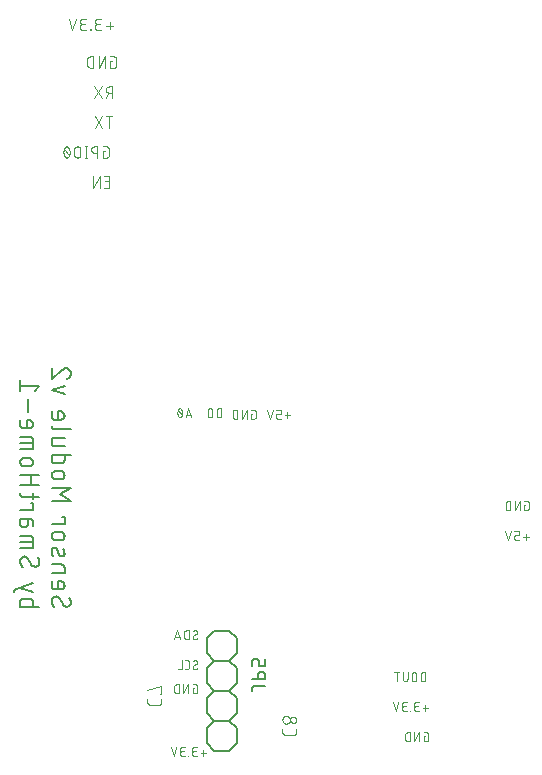
<source format=gbr>
G04 EAGLE Gerber RS-274X export*
G75*
%MOMM*%
%FSLAX34Y34*%
%LPD*%
%INSilkscreen Bottom*%
%IPPOS*%
%AMOC8*
5,1,8,0,0,1.08239X$1,22.5*%
G01*
%ADD10C,0.152400*%
%ADD11C,0.076200*%
%ADD12C,0.101600*%
%ADD13C,0.127000*%


D10*
X42474Y160923D02*
X42356Y160921D01*
X42238Y160915D01*
X42120Y160906D01*
X42003Y160892D01*
X41886Y160875D01*
X41769Y160854D01*
X41654Y160829D01*
X41539Y160800D01*
X41425Y160767D01*
X41313Y160731D01*
X41202Y160691D01*
X41092Y160648D01*
X40983Y160601D01*
X40876Y160551D01*
X40771Y160496D01*
X40668Y160439D01*
X40567Y160378D01*
X40467Y160314D01*
X40370Y160247D01*
X40275Y160177D01*
X40183Y160103D01*
X40092Y160027D01*
X40005Y159947D01*
X39920Y159865D01*
X39838Y159780D01*
X39758Y159693D01*
X39682Y159602D01*
X39608Y159510D01*
X39538Y159415D01*
X39471Y159318D01*
X39407Y159218D01*
X39346Y159117D01*
X39289Y159014D01*
X39234Y158909D01*
X39184Y158802D01*
X39137Y158693D01*
X39094Y158583D01*
X39054Y158472D01*
X39018Y158360D01*
X38985Y158246D01*
X38956Y158131D01*
X38931Y158016D01*
X38910Y157899D01*
X38893Y157782D01*
X38879Y157665D01*
X38870Y157547D01*
X38864Y157429D01*
X38862Y157311D01*
X38864Y157128D01*
X38871Y156946D01*
X38882Y156764D01*
X38897Y156582D01*
X38917Y156400D01*
X38940Y156219D01*
X38969Y156039D01*
X39001Y155859D01*
X39038Y155680D01*
X39079Y155503D01*
X39125Y155326D01*
X39174Y155150D01*
X39228Y154976D01*
X39286Y154802D01*
X39348Y154631D01*
X39414Y154461D01*
X39485Y154292D01*
X39559Y154125D01*
X39637Y153960D01*
X39719Y153797D01*
X39805Y153636D01*
X39895Y153477D01*
X39989Y153320D01*
X40086Y153166D01*
X40187Y153014D01*
X40292Y152864D01*
X40400Y152717D01*
X40511Y152573D01*
X40626Y152431D01*
X40745Y152292D01*
X40867Y152156D01*
X40992Y152023D01*
X41120Y151893D01*
X51506Y152344D02*
X51624Y152346D01*
X51742Y152352D01*
X51860Y152361D01*
X51977Y152375D01*
X52094Y152392D01*
X52211Y152413D01*
X52326Y152438D01*
X52441Y152467D01*
X52555Y152500D01*
X52667Y152536D01*
X52778Y152576D01*
X52888Y152619D01*
X52997Y152666D01*
X53104Y152716D01*
X53209Y152771D01*
X53312Y152828D01*
X53413Y152889D01*
X53513Y152953D01*
X53610Y153020D01*
X53705Y153090D01*
X53797Y153164D01*
X53888Y153240D01*
X53975Y153320D01*
X54060Y153402D01*
X54142Y153487D01*
X54222Y153574D01*
X54298Y153665D01*
X54372Y153757D01*
X54442Y153852D01*
X54509Y153949D01*
X54573Y154049D01*
X54634Y154150D01*
X54692Y154253D01*
X54746Y154358D01*
X54796Y154465D01*
X54843Y154574D01*
X54887Y154684D01*
X54926Y154795D01*
X54962Y154908D01*
X54995Y155021D01*
X55024Y155136D01*
X55049Y155251D01*
X55070Y155368D01*
X55087Y155485D01*
X55101Y155602D01*
X55110Y155720D01*
X55116Y155838D01*
X55118Y155956D01*
X55116Y156117D01*
X55110Y156279D01*
X55101Y156440D01*
X55087Y156601D01*
X55070Y156761D01*
X55049Y156921D01*
X55024Y157081D01*
X54995Y157240D01*
X54963Y157398D01*
X54927Y157555D01*
X54887Y157711D01*
X54843Y157867D01*
X54795Y158021D01*
X54744Y158174D01*
X54690Y158326D01*
X54631Y158477D01*
X54570Y158626D01*
X54504Y158773D01*
X54435Y158919D01*
X54363Y159064D01*
X54287Y159206D01*
X54208Y159347D01*
X54126Y159486D01*
X54040Y159622D01*
X53951Y159757D01*
X53859Y159890D01*
X53763Y160020D01*
X48345Y154149D02*
X48407Y154048D01*
X48472Y153948D01*
X48541Y153851D01*
X48613Y153756D01*
X48687Y153663D01*
X48765Y153573D01*
X48846Y153485D01*
X48929Y153400D01*
X49015Y153318D01*
X49104Y153239D01*
X49195Y153162D01*
X49289Y153089D01*
X49385Y153018D01*
X49483Y152951D01*
X49583Y152887D01*
X49686Y152826D01*
X49790Y152769D01*
X49896Y152715D01*
X50004Y152665D01*
X50113Y152618D01*
X50224Y152574D01*
X50336Y152534D01*
X50450Y152498D01*
X50564Y152466D01*
X50680Y152437D01*
X50796Y152412D01*
X50913Y152391D01*
X51031Y152374D01*
X51149Y152360D01*
X51268Y152351D01*
X51387Y152345D01*
X51506Y152343D01*
X45635Y159117D02*
X45573Y159218D01*
X45508Y159318D01*
X45439Y159415D01*
X45367Y159510D01*
X45293Y159603D01*
X45215Y159693D01*
X45134Y159781D01*
X45051Y159866D01*
X44965Y159948D01*
X44876Y160027D01*
X44785Y160104D01*
X44691Y160177D01*
X44595Y160248D01*
X44497Y160315D01*
X44397Y160379D01*
X44294Y160440D01*
X44190Y160497D01*
X44084Y160551D01*
X43976Y160601D01*
X43867Y160648D01*
X43756Y160692D01*
X43644Y160732D01*
X43530Y160768D01*
X43416Y160800D01*
X43300Y160829D01*
X43184Y160854D01*
X43067Y160875D01*
X42949Y160892D01*
X42831Y160906D01*
X42712Y160915D01*
X42593Y160921D01*
X42474Y160923D01*
X45635Y159117D02*
X48345Y154150D01*
X38862Y169573D02*
X38862Y174088D01*
X38862Y169573D02*
X38864Y169472D01*
X38870Y169371D01*
X38879Y169270D01*
X38892Y169169D01*
X38909Y169069D01*
X38930Y168970D01*
X38954Y168872D01*
X38982Y168775D01*
X39014Y168678D01*
X39049Y168583D01*
X39088Y168490D01*
X39130Y168398D01*
X39176Y168307D01*
X39225Y168219D01*
X39277Y168132D01*
X39333Y168047D01*
X39391Y167964D01*
X39453Y167884D01*
X39518Y167806D01*
X39585Y167730D01*
X39655Y167657D01*
X39728Y167587D01*
X39804Y167520D01*
X39882Y167455D01*
X39962Y167393D01*
X40045Y167335D01*
X40130Y167279D01*
X40217Y167227D01*
X40305Y167178D01*
X40396Y167132D01*
X40488Y167090D01*
X40581Y167051D01*
X40676Y167016D01*
X40773Y166984D01*
X40870Y166956D01*
X40968Y166932D01*
X41067Y166911D01*
X41167Y166894D01*
X41268Y166881D01*
X41369Y166872D01*
X41470Y166866D01*
X41571Y166864D01*
X41571Y166863D02*
X46087Y166863D01*
X46087Y166864D02*
X46206Y166866D01*
X46326Y166872D01*
X46445Y166882D01*
X46563Y166896D01*
X46682Y166913D01*
X46799Y166935D01*
X46916Y166960D01*
X47031Y166990D01*
X47146Y167023D01*
X47260Y167060D01*
X47372Y167100D01*
X47483Y167145D01*
X47592Y167193D01*
X47700Y167244D01*
X47806Y167299D01*
X47910Y167358D01*
X48012Y167420D01*
X48112Y167485D01*
X48210Y167554D01*
X48306Y167626D01*
X48399Y167701D01*
X48489Y167778D01*
X48577Y167859D01*
X48662Y167943D01*
X48744Y168030D01*
X48824Y168119D01*
X48900Y168211D01*
X48974Y168305D01*
X49044Y168402D01*
X49111Y168500D01*
X49175Y168601D01*
X49235Y168705D01*
X49292Y168810D01*
X49345Y168917D01*
X49395Y169025D01*
X49441Y169135D01*
X49483Y169247D01*
X49522Y169360D01*
X49557Y169474D01*
X49588Y169589D01*
X49616Y169706D01*
X49639Y169823D01*
X49659Y169940D01*
X49675Y170059D01*
X49687Y170178D01*
X49695Y170297D01*
X49699Y170416D01*
X49699Y170536D01*
X49695Y170655D01*
X49687Y170774D01*
X49675Y170893D01*
X49659Y171012D01*
X49639Y171129D01*
X49616Y171246D01*
X49588Y171363D01*
X49557Y171478D01*
X49522Y171592D01*
X49483Y171705D01*
X49441Y171817D01*
X49395Y171927D01*
X49345Y172035D01*
X49292Y172142D01*
X49235Y172247D01*
X49175Y172351D01*
X49111Y172452D01*
X49044Y172550D01*
X48974Y172647D01*
X48900Y172741D01*
X48824Y172833D01*
X48744Y172922D01*
X48662Y173009D01*
X48577Y173093D01*
X48489Y173174D01*
X48399Y173251D01*
X48306Y173326D01*
X48210Y173398D01*
X48112Y173467D01*
X48012Y173532D01*
X47910Y173594D01*
X47806Y173653D01*
X47700Y173708D01*
X47592Y173759D01*
X47483Y173807D01*
X47372Y173852D01*
X47260Y173892D01*
X47146Y173929D01*
X47031Y173962D01*
X46916Y173992D01*
X46799Y174017D01*
X46682Y174039D01*
X46563Y174056D01*
X46445Y174070D01*
X46326Y174080D01*
X46206Y174086D01*
X46087Y174088D01*
X44281Y174088D01*
X44281Y166863D01*
X38862Y180931D02*
X49699Y180931D01*
X49699Y185447D01*
X49697Y185548D01*
X49691Y185649D01*
X49682Y185750D01*
X49669Y185851D01*
X49652Y185951D01*
X49631Y186050D01*
X49607Y186148D01*
X49579Y186245D01*
X49547Y186342D01*
X49512Y186437D01*
X49473Y186530D01*
X49431Y186622D01*
X49385Y186713D01*
X49336Y186802D01*
X49284Y186888D01*
X49228Y186973D01*
X49170Y187056D01*
X49108Y187136D01*
X49043Y187214D01*
X48976Y187290D01*
X48906Y187363D01*
X48833Y187433D01*
X48757Y187500D01*
X48679Y187565D01*
X48599Y187627D01*
X48516Y187685D01*
X48431Y187741D01*
X48345Y187793D01*
X48256Y187842D01*
X48165Y187888D01*
X48073Y187930D01*
X47980Y187969D01*
X47885Y188004D01*
X47788Y188036D01*
X47691Y188064D01*
X47593Y188088D01*
X47494Y188109D01*
X47394Y188126D01*
X47293Y188139D01*
X47192Y188148D01*
X47091Y188154D01*
X46990Y188156D01*
X38862Y188156D01*
X45184Y196354D02*
X43378Y200870D01*
X45184Y196354D02*
X45221Y196266D01*
X45262Y196180D01*
X45306Y196095D01*
X45354Y196012D01*
X45405Y195932D01*
X45459Y195853D01*
X45517Y195777D01*
X45577Y195703D01*
X45641Y195631D01*
X45707Y195563D01*
X45777Y195497D01*
X45848Y195434D01*
X45923Y195373D01*
X45999Y195316D01*
X46078Y195263D01*
X46159Y195212D01*
X46242Y195165D01*
X46327Y195121D01*
X46414Y195081D01*
X46502Y195044D01*
X46592Y195011D01*
X46683Y194981D01*
X46775Y194956D01*
X46868Y194934D01*
X46962Y194916D01*
X47056Y194901D01*
X47151Y194891D01*
X47247Y194885D01*
X47342Y194882D01*
X47438Y194883D01*
X47533Y194889D01*
X47629Y194898D01*
X47723Y194911D01*
X47817Y194927D01*
X47911Y194948D01*
X48003Y194973D01*
X48094Y195001D01*
X48184Y195033D01*
X48273Y195068D01*
X48360Y195107D01*
X48446Y195150D01*
X48530Y195196D01*
X48611Y195246D01*
X48691Y195298D01*
X48769Y195354D01*
X48844Y195414D01*
X48916Y195476D01*
X48986Y195541D01*
X49054Y195609D01*
X49118Y195679D01*
X49180Y195752D01*
X49238Y195828D01*
X49294Y195906D01*
X49346Y195986D01*
X49395Y196068D01*
X49440Y196152D01*
X49482Y196238D01*
X49521Y196325D01*
X49556Y196414D01*
X49587Y196505D01*
X49614Y196596D01*
X49638Y196689D01*
X49658Y196782D01*
X49674Y196876D01*
X49686Y196971D01*
X49695Y197066D01*
X49699Y197162D01*
X49700Y197257D01*
X49693Y197504D01*
X49681Y197750D01*
X49663Y197996D01*
X49638Y198242D01*
X49608Y198486D01*
X49572Y198730D01*
X49531Y198973D01*
X49483Y199215D01*
X49429Y199456D01*
X49370Y199695D01*
X49305Y199933D01*
X49234Y200169D01*
X49158Y200404D01*
X49076Y200637D01*
X48988Y200867D01*
X48895Y201095D01*
X48797Y201322D01*
X43377Y200870D02*
X43340Y200958D01*
X43299Y201044D01*
X43255Y201129D01*
X43207Y201212D01*
X43156Y201292D01*
X43102Y201371D01*
X43044Y201447D01*
X42984Y201521D01*
X42920Y201593D01*
X42854Y201661D01*
X42784Y201727D01*
X42713Y201790D01*
X42638Y201851D01*
X42562Y201908D01*
X42483Y201961D01*
X42402Y202012D01*
X42319Y202059D01*
X42234Y202103D01*
X42147Y202143D01*
X42059Y202180D01*
X41969Y202213D01*
X41878Y202243D01*
X41786Y202268D01*
X41693Y202290D01*
X41599Y202308D01*
X41505Y202323D01*
X41410Y202333D01*
X41314Y202339D01*
X41219Y202342D01*
X41123Y202341D01*
X41028Y202335D01*
X40932Y202326D01*
X40838Y202313D01*
X40744Y202297D01*
X40650Y202276D01*
X40558Y202251D01*
X40467Y202223D01*
X40377Y202191D01*
X40288Y202156D01*
X40201Y202117D01*
X40115Y202074D01*
X40031Y202028D01*
X39950Y201978D01*
X39870Y201926D01*
X39792Y201870D01*
X39717Y201810D01*
X39645Y201748D01*
X39575Y201683D01*
X39507Y201615D01*
X39443Y201545D01*
X39381Y201472D01*
X39323Y201396D01*
X39267Y201318D01*
X39215Y201238D01*
X39166Y201156D01*
X39121Y201072D01*
X39079Y200986D01*
X39040Y200899D01*
X39005Y200810D01*
X38974Y200719D01*
X38947Y200628D01*
X38923Y200535D01*
X38903Y200442D01*
X38887Y200348D01*
X38875Y200253D01*
X38866Y200158D01*
X38862Y200062D01*
X38861Y199967D01*
X38862Y199966D02*
X38871Y199604D01*
X38889Y199242D01*
X38916Y198881D01*
X38951Y198521D01*
X38994Y198161D01*
X39046Y197802D01*
X39107Y197445D01*
X39176Y197090D01*
X39253Y196736D01*
X39339Y196384D01*
X39433Y196034D01*
X39536Y195686D01*
X39646Y195341D01*
X39765Y194999D01*
X42474Y208546D02*
X46087Y208546D01*
X46087Y208547D02*
X46206Y208549D01*
X46326Y208555D01*
X46445Y208565D01*
X46563Y208579D01*
X46682Y208596D01*
X46799Y208618D01*
X46916Y208643D01*
X47031Y208673D01*
X47146Y208706D01*
X47260Y208743D01*
X47372Y208783D01*
X47483Y208828D01*
X47592Y208876D01*
X47700Y208927D01*
X47806Y208982D01*
X47910Y209041D01*
X48012Y209103D01*
X48112Y209168D01*
X48210Y209237D01*
X48306Y209309D01*
X48399Y209384D01*
X48489Y209461D01*
X48577Y209542D01*
X48662Y209626D01*
X48744Y209713D01*
X48824Y209802D01*
X48900Y209894D01*
X48974Y209988D01*
X49044Y210085D01*
X49111Y210183D01*
X49175Y210284D01*
X49235Y210388D01*
X49292Y210493D01*
X49345Y210600D01*
X49395Y210708D01*
X49441Y210818D01*
X49483Y210930D01*
X49522Y211043D01*
X49557Y211157D01*
X49588Y211272D01*
X49616Y211389D01*
X49639Y211506D01*
X49659Y211623D01*
X49675Y211742D01*
X49687Y211861D01*
X49695Y211980D01*
X49699Y212099D01*
X49699Y212219D01*
X49695Y212338D01*
X49687Y212457D01*
X49675Y212576D01*
X49659Y212695D01*
X49639Y212812D01*
X49616Y212929D01*
X49588Y213046D01*
X49557Y213161D01*
X49522Y213275D01*
X49483Y213388D01*
X49441Y213500D01*
X49395Y213610D01*
X49345Y213718D01*
X49292Y213825D01*
X49235Y213930D01*
X49175Y214034D01*
X49111Y214135D01*
X49044Y214233D01*
X48974Y214330D01*
X48900Y214424D01*
X48824Y214516D01*
X48744Y214605D01*
X48662Y214692D01*
X48577Y214776D01*
X48489Y214857D01*
X48399Y214934D01*
X48306Y215009D01*
X48210Y215081D01*
X48112Y215150D01*
X48012Y215215D01*
X47910Y215277D01*
X47806Y215336D01*
X47700Y215391D01*
X47592Y215442D01*
X47483Y215490D01*
X47372Y215535D01*
X47260Y215575D01*
X47146Y215612D01*
X47031Y215645D01*
X46916Y215675D01*
X46799Y215700D01*
X46682Y215722D01*
X46563Y215739D01*
X46445Y215753D01*
X46326Y215763D01*
X46206Y215769D01*
X46087Y215771D01*
X42474Y215771D01*
X42355Y215769D01*
X42235Y215763D01*
X42116Y215753D01*
X41998Y215739D01*
X41879Y215722D01*
X41762Y215700D01*
X41645Y215675D01*
X41530Y215645D01*
X41415Y215612D01*
X41301Y215575D01*
X41189Y215535D01*
X41078Y215490D01*
X40969Y215442D01*
X40861Y215391D01*
X40755Y215336D01*
X40651Y215277D01*
X40549Y215215D01*
X40449Y215150D01*
X40351Y215081D01*
X40255Y215009D01*
X40162Y214934D01*
X40072Y214857D01*
X39984Y214776D01*
X39899Y214692D01*
X39817Y214605D01*
X39737Y214516D01*
X39661Y214424D01*
X39587Y214330D01*
X39517Y214233D01*
X39450Y214135D01*
X39386Y214034D01*
X39326Y213930D01*
X39269Y213825D01*
X39216Y213718D01*
X39166Y213610D01*
X39120Y213500D01*
X39078Y213388D01*
X39039Y213275D01*
X39004Y213161D01*
X38973Y213046D01*
X38945Y212929D01*
X38922Y212812D01*
X38902Y212695D01*
X38886Y212576D01*
X38874Y212457D01*
X38866Y212338D01*
X38862Y212219D01*
X38862Y212099D01*
X38866Y211980D01*
X38874Y211861D01*
X38886Y211742D01*
X38902Y211623D01*
X38922Y211506D01*
X38945Y211389D01*
X38973Y211272D01*
X39004Y211157D01*
X39039Y211043D01*
X39078Y210930D01*
X39120Y210818D01*
X39166Y210708D01*
X39216Y210600D01*
X39269Y210493D01*
X39326Y210388D01*
X39386Y210284D01*
X39450Y210183D01*
X39517Y210085D01*
X39587Y209988D01*
X39661Y209894D01*
X39737Y209802D01*
X39817Y209713D01*
X39899Y209626D01*
X39984Y209542D01*
X40072Y209461D01*
X40162Y209384D01*
X40255Y209309D01*
X40351Y209237D01*
X40449Y209168D01*
X40549Y209103D01*
X40651Y209041D01*
X40755Y208982D01*
X40861Y208927D01*
X40969Y208876D01*
X41078Y208828D01*
X41189Y208783D01*
X41301Y208743D01*
X41415Y208706D01*
X41530Y208673D01*
X41645Y208643D01*
X41762Y208618D01*
X41879Y208596D01*
X41998Y208579D01*
X42116Y208565D01*
X42235Y208555D01*
X42355Y208549D01*
X42474Y208547D01*
X38862Y222699D02*
X49699Y222699D01*
X49699Y228118D01*
X47893Y228118D01*
X55118Y242171D02*
X38862Y242171D01*
X46087Y247590D02*
X55118Y242171D01*
X46087Y247590D02*
X55118Y253008D01*
X38862Y253008D01*
X42474Y260130D02*
X46087Y260130D01*
X46206Y260132D01*
X46326Y260138D01*
X46445Y260148D01*
X46563Y260162D01*
X46682Y260179D01*
X46799Y260201D01*
X46916Y260226D01*
X47031Y260256D01*
X47146Y260289D01*
X47260Y260326D01*
X47372Y260366D01*
X47483Y260411D01*
X47592Y260459D01*
X47700Y260510D01*
X47806Y260565D01*
X47910Y260624D01*
X48012Y260686D01*
X48112Y260751D01*
X48210Y260820D01*
X48306Y260892D01*
X48399Y260967D01*
X48489Y261044D01*
X48577Y261125D01*
X48662Y261209D01*
X48744Y261296D01*
X48824Y261385D01*
X48900Y261477D01*
X48974Y261571D01*
X49044Y261668D01*
X49111Y261766D01*
X49175Y261867D01*
X49235Y261971D01*
X49292Y262076D01*
X49345Y262183D01*
X49395Y262291D01*
X49441Y262401D01*
X49483Y262513D01*
X49522Y262626D01*
X49557Y262740D01*
X49588Y262855D01*
X49616Y262972D01*
X49639Y263089D01*
X49659Y263206D01*
X49675Y263325D01*
X49687Y263444D01*
X49695Y263563D01*
X49699Y263682D01*
X49699Y263802D01*
X49695Y263921D01*
X49687Y264040D01*
X49675Y264159D01*
X49659Y264278D01*
X49639Y264395D01*
X49616Y264512D01*
X49588Y264629D01*
X49557Y264744D01*
X49522Y264858D01*
X49483Y264971D01*
X49441Y265083D01*
X49395Y265193D01*
X49345Y265301D01*
X49292Y265408D01*
X49235Y265513D01*
X49175Y265617D01*
X49111Y265718D01*
X49044Y265816D01*
X48974Y265913D01*
X48900Y266007D01*
X48824Y266099D01*
X48744Y266188D01*
X48662Y266275D01*
X48577Y266359D01*
X48489Y266440D01*
X48399Y266517D01*
X48306Y266592D01*
X48210Y266664D01*
X48112Y266733D01*
X48012Y266798D01*
X47910Y266860D01*
X47806Y266919D01*
X47700Y266974D01*
X47592Y267025D01*
X47483Y267073D01*
X47372Y267118D01*
X47260Y267158D01*
X47146Y267195D01*
X47031Y267228D01*
X46916Y267258D01*
X46799Y267283D01*
X46682Y267305D01*
X46563Y267322D01*
X46445Y267336D01*
X46326Y267346D01*
X46206Y267352D01*
X46087Y267354D01*
X42474Y267354D01*
X42355Y267352D01*
X42235Y267346D01*
X42116Y267336D01*
X41998Y267322D01*
X41879Y267305D01*
X41762Y267283D01*
X41645Y267258D01*
X41530Y267228D01*
X41415Y267195D01*
X41301Y267158D01*
X41189Y267118D01*
X41078Y267073D01*
X40969Y267025D01*
X40861Y266974D01*
X40755Y266919D01*
X40651Y266860D01*
X40549Y266798D01*
X40449Y266733D01*
X40351Y266664D01*
X40255Y266592D01*
X40162Y266517D01*
X40072Y266440D01*
X39984Y266359D01*
X39899Y266275D01*
X39817Y266188D01*
X39737Y266099D01*
X39661Y266007D01*
X39587Y265913D01*
X39517Y265816D01*
X39450Y265718D01*
X39386Y265617D01*
X39326Y265513D01*
X39269Y265408D01*
X39216Y265301D01*
X39166Y265193D01*
X39120Y265083D01*
X39078Y264971D01*
X39039Y264858D01*
X39004Y264744D01*
X38973Y264629D01*
X38945Y264512D01*
X38922Y264395D01*
X38902Y264278D01*
X38886Y264159D01*
X38874Y264040D01*
X38866Y263921D01*
X38862Y263802D01*
X38862Y263682D01*
X38866Y263563D01*
X38874Y263444D01*
X38886Y263325D01*
X38902Y263206D01*
X38922Y263089D01*
X38945Y262972D01*
X38973Y262855D01*
X39004Y262740D01*
X39039Y262626D01*
X39078Y262513D01*
X39120Y262401D01*
X39166Y262291D01*
X39216Y262183D01*
X39269Y262076D01*
X39326Y261971D01*
X39386Y261867D01*
X39450Y261766D01*
X39517Y261668D01*
X39587Y261571D01*
X39661Y261477D01*
X39737Y261385D01*
X39817Y261296D01*
X39899Y261209D01*
X39984Y261125D01*
X40072Y261044D01*
X40162Y260967D01*
X40255Y260892D01*
X40351Y260820D01*
X40449Y260751D01*
X40549Y260686D01*
X40651Y260624D01*
X40755Y260565D01*
X40861Y260510D01*
X40969Y260459D01*
X41078Y260411D01*
X41189Y260366D01*
X41301Y260326D01*
X41415Y260289D01*
X41530Y260256D01*
X41645Y260226D01*
X41762Y260201D01*
X41879Y260179D01*
X41998Y260162D01*
X42116Y260148D01*
X42235Y260138D01*
X42355Y260132D01*
X42474Y260130D01*
X38862Y280828D02*
X55118Y280828D01*
X38862Y280828D02*
X38862Y276313D01*
X38864Y276212D01*
X38870Y276111D01*
X38879Y276010D01*
X38892Y275909D01*
X38909Y275809D01*
X38930Y275710D01*
X38954Y275612D01*
X38982Y275515D01*
X39014Y275418D01*
X39049Y275323D01*
X39088Y275230D01*
X39130Y275138D01*
X39176Y275047D01*
X39225Y274959D01*
X39277Y274872D01*
X39333Y274787D01*
X39391Y274704D01*
X39453Y274624D01*
X39518Y274546D01*
X39585Y274470D01*
X39655Y274397D01*
X39728Y274327D01*
X39804Y274260D01*
X39882Y274195D01*
X39962Y274133D01*
X40045Y274075D01*
X40130Y274019D01*
X40217Y273967D01*
X40305Y273918D01*
X40396Y273872D01*
X40488Y273830D01*
X40581Y273791D01*
X40676Y273756D01*
X40773Y273724D01*
X40870Y273696D01*
X40968Y273672D01*
X41067Y273651D01*
X41167Y273634D01*
X41268Y273621D01*
X41369Y273612D01*
X41470Y273606D01*
X41571Y273604D01*
X41571Y273603D02*
X46990Y273603D01*
X46990Y273604D02*
X47091Y273606D01*
X47192Y273612D01*
X47293Y273621D01*
X47394Y273634D01*
X47494Y273651D01*
X47593Y273672D01*
X47691Y273696D01*
X47788Y273724D01*
X47885Y273756D01*
X47980Y273791D01*
X48073Y273830D01*
X48165Y273872D01*
X48256Y273918D01*
X48344Y273967D01*
X48431Y274019D01*
X48516Y274075D01*
X48599Y274133D01*
X48679Y274195D01*
X48757Y274260D01*
X48833Y274327D01*
X48906Y274397D01*
X48976Y274470D01*
X49043Y274546D01*
X49108Y274624D01*
X49170Y274704D01*
X49228Y274787D01*
X49284Y274872D01*
X49336Y274959D01*
X49385Y275047D01*
X49431Y275138D01*
X49473Y275230D01*
X49512Y275323D01*
X49547Y275418D01*
X49579Y275515D01*
X49607Y275612D01*
X49631Y275710D01*
X49652Y275809D01*
X49669Y275909D01*
X49682Y276010D01*
X49691Y276111D01*
X49697Y276212D01*
X49699Y276313D01*
X49699Y280828D01*
X49699Y288266D02*
X41571Y288266D01*
X41470Y288268D01*
X41369Y288274D01*
X41268Y288283D01*
X41167Y288296D01*
X41067Y288313D01*
X40968Y288334D01*
X40870Y288358D01*
X40773Y288386D01*
X40676Y288418D01*
X40581Y288453D01*
X40488Y288492D01*
X40396Y288534D01*
X40305Y288580D01*
X40217Y288629D01*
X40130Y288681D01*
X40045Y288737D01*
X39962Y288795D01*
X39882Y288857D01*
X39804Y288922D01*
X39728Y288989D01*
X39655Y289059D01*
X39585Y289132D01*
X39518Y289208D01*
X39453Y289286D01*
X39391Y289366D01*
X39333Y289449D01*
X39277Y289534D01*
X39225Y289621D01*
X39176Y289709D01*
X39130Y289800D01*
X39088Y289892D01*
X39049Y289985D01*
X39014Y290080D01*
X38982Y290177D01*
X38954Y290274D01*
X38930Y290372D01*
X38909Y290471D01*
X38892Y290571D01*
X38879Y290672D01*
X38870Y290773D01*
X38864Y290874D01*
X38862Y290975D01*
X38862Y295491D01*
X49699Y295491D01*
X55118Y302571D02*
X41571Y302571D01*
X41470Y302573D01*
X41369Y302579D01*
X41268Y302588D01*
X41167Y302601D01*
X41067Y302618D01*
X40968Y302639D01*
X40870Y302663D01*
X40773Y302691D01*
X40676Y302723D01*
X40581Y302758D01*
X40488Y302797D01*
X40396Y302839D01*
X40305Y302885D01*
X40217Y302934D01*
X40130Y302986D01*
X40045Y303042D01*
X39962Y303100D01*
X39882Y303162D01*
X39804Y303227D01*
X39728Y303294D01*
X39655Y303364D01*
X39585Y303437D01*
X39518Y303513D01*
X39453Y303591D01*
X39391Y303671D01*
X39333Y303754D01*
X39277Y303839D01*
X39225Y303926D01*
X39176Y304014D01*
X39130Y304105D01*
X39088Y304197D01*
X39049Y304290D01*
X39014Y304385D01*
X38982Y304482D01*
X38954Y304579D01*
X38930Y304677D01*
X38909Y304776D01*
X38892Y304876D01*
X38879Y304977D01*
X38870Y305078D01*
X38864Y305179D01*
X38862Y305280D01*
X38862Y313380D02*
X38862Y317895D01*
X38862Y313380D02*
X38864Y313279D01*
X38870Y313178D01*
X38879Y313077D01*
X38892Y312976D01*
X38909Y312876D01*
X38930Y312777D01*
X38954Y312679D01*
X38982Y312582D01*
X39014Y312485D01*
X39049Y312390D01*
X39088Y312297D01*
X39130Y312205D01*
X39176Y312114D01*
X39225Y312026D01*
X39277Y311939D01*
X39333Y311854D01*
X39391Y311771D01*
X39453Y311691D01*
X39518Y311613D01*
X39585Y311537D01*
X39655Y311464D01*
X39728Y311394D01*
X39804Y311327D01*
X39882Y311262D01*
X39962Y311200D01*
X40045Y311142D01*
X40130Y311086D01*
X40217Y311034D01*
X40305Y310985D01*
X40396Y310939D01*
X40488Y310897D01*
X40581Y310858D01*
X40676Y310823D01*
X40773Y310791D01*
X40870Y310763D01*
X40968Y310739D01*
X41067Y310718D01*
X41167Y310701D01*
X41268Y310688D01*
X41369Y310679D01*
X41470Y310673D01*
X41571Y310671D01*
X41571Y310670D02*
X46087Y310670D01*
X46087Y310671D02*
X46206Y310673D01*
X46326Y310679D01*
X46445Y310689D01*
X46563Y310703D01*
X46682Y310720D01*
X46799Y310742D01*
X46916Y310767D01*
X47031Y310797D01*
X47146Y310830D01*
X47260Y310867D01*
X47372Y310907D01*
X47483Y310952D01*
X47592Y311000D01*
X47700Y311051D01*
X47806Y311106D01*
X47910Y311165D01*
X48012Y311227D01*
X48112Y311292D01*
X48210Y311361D01*
X48306Y311433D01*
X48399Y311508D01*
X48489Y311585D01*
X48577Y311666D01*
X48662Y311750D01*
X48744Y311837D01*
X48824Y311926D01*
X48900Y312018D01*
X48974Y312112D01*
X49044Y312209D01*
X49111Y312307D01*
X49175Y312408D01*
X49235Y312512D01*
X49292Y312617D01*
X49345Y312724D01*
X49395Y312832D01*
X49441Y312942D01*
X49483Y313054D01*
X49522Y313167D01*
X49557Y313281D01*
X49588Y313396D01*
X49616Y313513D01*
X49639Y313630D01*
X49659Y313747D01*
X49675Y313866D01*
X49687Y313985D01*
X49695Y314104D01*
X49699Y314223D01*
X49699Y314343D01*
X49695Y314462D01*
X49687Y314581D01*
X49675Y314700D01*
X49659Y314819D01*
X49639Y314936D01*
X49616Y315053D01*
X49588Y315170D01*
X49557Y315285D01*
X49522Y315399D01*
X49483Y315512D01*
X49441Y315624D01*
X49395Y315734D01*
X49345Y315842D01*
X49292Y315949D01*
X49235Y316054D01*
X49175Y316158D01*
X49111Y316259D01*
X49044Y316357D01*
X48974Y316454D01*
X48900Y316548D01*
X48824Y316640D01*
X48744Y316729D01*
X48662Y316816D01*
X48577Y316900D01*
X48489Y316981D01*
X48399Y317058D01*
X48306Y317133D01*
X48210Y317205D01*
X48112Y317274D01*
X48012Y317339D01*
X47910Y317401D01*
X47806Y317460D01*
X47700Y317515D01*
X47592Y317566D01*
X47483Y317614D01*
X47372Y317659D01*
X47260Y317699D01*
X47146Y317736D01*
X47031Y317769D01*
X46916Y317799D01*
X46799Y317824D01*
X46682Y317846D01*
X46563Y317863D01*
X46445Y317877D01*
X46326Y317887D01*
X46206Y317893D01*
X46087Y317895D01*
X44281Y317895D01*
X44281Y310670D01*
X49699Y332033D02*
X38862Y335646D01*
X49699Y339258D01*
X55118Y350165D02*
X55116Y350290D01*
X55110Y350415D01*
X55101Y350540D01*
X55087Y350664D01*
X55070Y350788D01*
X55049Y350912D01*
X55024Y351034D01*
X54995Y351156D01*
X54963Y351277D01*
X54927Y351397D01*
X54887Y351516D01*
X54844Y351633D01*
X54797Y351749D01*
X54746Y351864D01*
X54692Y351976D01*
X54634Y352088D01*
X54574Y352197D01*
X54509Y352304D01*
X54442Y352410D01*
X54371Y352513D01*
X54297Y352614D01*
X54220Y352713D01*
X54140Y352809D01*
X54057Y352903D01*
X53972Y352994D01*
X53883Y353083D01*
X53792Y353168D01*
X53698Y353251D01*
X53602Y353331D01*
X53503Y353408D01*
X53402Y353482D01*
X53299Y353553D01*
X53193Y353620D01*
X53086Y353685D01*
X52977Y353745D01*
X52865Y353803D01*
X52753Y353857D01*
X52638Y353908D01*
X52522Y353955D01*
X52405Y353998D01*
X52286Y354038D01*
X52166Y354074D01*
X52045Y354106D01*
X51923Y354135D01*
X51801Y354160D01*
X51677Y354181D01*
X51553Y354198D01*
X51429Y354212D01*
X51304Y354221D01*
X51179Y354227D01*
X51054Y354229D01*
X55118Y350165D02*
X55116Y350022D01*
X55110Y349880D01*
X55100Y349737D01*
X55087Y349595D01*
X55069Y349454D01*
X55048Y349312D01*
X55023Y349172D01*
X54994Y349032D01*
X54961Y348893D01*
X54924Y348755D01*
X54884Y348618D01*
X54840Y348483D01*
X54792Y348348D01*
X54740Y348215D01*
X54685Y348083D01*
X54626Y347953D01*
X54564Y347825D01*
X54498Y347698D01*
X54429Y347573D01*
X54357Y347450D01*
X54281Y347330D01*
X54202Y347211D01*
X54119Y347094D01*
X54034Y346980D01*
X53945Y346868D01*
X53854Y346759D01*
X53759Y346652D01*
X53662Y346547D01*
X53561Y346446D01*
X53458Y346347D01*
X53353Y346251D01*
X53244Y346158D01*
X53133Y346068D01*
X53020Y345981D01*
X52905Y345897D01*
X52787Y345817D01*
X52667Y345739D01*
X52545Y345665D01*
X52421Y345595D01*
X52295Y345527D01*
X52167Y345464D01*
X52038Y345403D01*
X51907Y345346D01*
X51775Y345293D01*
X51641Y345244D01*
X51506Y345198D01*
X47893Y352874D02*
X47985Y352968D01*
X48079Y353058D01*
X48176Y353146D01*
X48276Y353231D01*
X48378Y353313D01*
X48483Y353392D01*
X48590Y353467D01*
X48699Y353539D01*
X48810Y353608D01*
X48924Y353674D01*
X49039Y353736D01*
X49156Y353795D01*
X49275Y353850D01*
X49395Y353901D01*
X49517Y353949D01*
X49640Y353994D01*
X49764Y354034D01*
X49890Y354071D01*
X50017Y354104D01*
X50144Y354133D01*
X50273Y354159D01*
X50402Y354180D01*
X50532Y354198D01*
X50662Y354211D01*
X50792Y354221D01*
X50923Y354227D01*
X51054Y354229D01*
X47893Y352874D02*
X38862Y345198D01*
X38862Y354229D01*
X28448Y151892D02*
X12192Y151892D01*
X12192Y156408D01*
X12194Y156512D01*
X12200Y156615D01*
X12210Y156719D01*
X12224Y156822D01*
X12242Y156924D01*
X12263Y157025D01*
X12289Y157126D01*
X12318Y157225D01*
X12351Y157324D01*
X12388Y157421D01*
X12429Y157516D01*
X12473Y157610D01*
X12521Y157702D01*
X12572Y157792D01*
X12627Y157881D01*
X12685Y157967D01*
X12747Y158050D01*
X12811Y158132D01*
X12879Y158210D01*
X12949Y158286D01*
X13022Y158360D01*
X13099Y158430D01*
X13177Y158498D01*
X13259Y158562D01*
X13342Y158624D01*
X13428Y158682D01*
X13517Y158737D01*
X13607Y158788D01*
X13699Y158836D01*
X13793Y158880D01*
X13888Y158921D01*
X13985Y158958D01*
X14084Y158991D01*
X14183Y159020D01*
X14284Y159046D01*
X14385Y159067D01*
X14487Y159085D01*
X14590Y159099D01*
X14694Y159109D01*
X14797Y159115D01*
X14901Y159117D01*
X20320Y159117D01*
X20421Y159115D01*
X20522Y159109D01*
X20623Y159100D01*
X20724Y159087D01*
X20824Y159070D01*
X20923Y159049D01*
X21021Y159025D01*
X21118Y158997D01*
X21215Y158965D01*
X21310Y158930D01*
X21403Y158891D01*
X21495Y158849D01*
X21586Y158803D01*
X21675Y158754D01*
X21761Y158702D01*
X21846Y158646D01*
X21929Y158588D01*
X22009Y158526D01*
X22087Y158461D01*
X22163Y158394D01*
X22236Y158324D01*
X22306Y158251D01*
X22373Y158175D01*
X22438Y158097D01*
X22500Y158017D01*
X22558Y157934D01*
X22614Y157849D01*
X22666Y157763D01*
X22715Y157674D01*
X22761Y157583D01*
X22803Y157491D01*
X22842Y157398D01*
X22877Y157303D01*
X22909Y157206D01*
X22937Y157109D01*
X22961Y157011D01*
X22982Y156912D01*
X22999Y156812D01*
X23012Y156711D01*
X23021Y156610D01*
X23027Y156509D01*
X23029Y156408D01*
X23029Y151892D01*
X6773Y164845D02*
X6773Y166651D01*
X23029Y172070D01*
X23029Y164845D02*
X12192Y168457D01*
X12192Y191244D02*
X12194Y191362D01*
X12200Y191480D01*
X12209Y191598D01*
X12223Y191715D01*
X12240Y191832D01*
X12261Y191949D01*
X12286Y192064D01*
X12315Y192179D01*
X12348Y192293D01*
X12384Y192405D01*
X12424Y192516D01*
X12467Y192626D01*
X12514Y192735D01*
X12564Y192842D01*
X12619Y192947D01*
X12676Y193050D01*
X12737Y193151D01*
X12801Y193251D01*
X12868Y193348D01*
X12938Y193443D01*
X13012Y193535D01*
X13088Y193626D01*
X13168Y193713D01*
X13250Y193798D01*
X13335Y193880D01*
X13422Y193960D01*
X13513Y194036D01*
X13605Y194110D01*
X13700Y194180D01*
X13797Y194247D01*
X13897Y194311D01*
X13998Y194372D01*
X14101Y194429D01*
X14206Y194484D01*
X14313Y194534D01*
X14422Y194581D01*
X14532Y194624D01*
X14643Y194664D01*
X14755Y194700D01*
X14869Y194733D01*
X14984Y194762D01*
X15099Y194787D01*
X15216Y194808D01*
X15333Y194825D01*
X15450Y194839D01*
X15568Y194848D01*
X15686Y194854D01*
X15804Y194856D01*
X12192Y191244D02*
X12194Y191061D01*
X12201Y190879D01*
X12212Y190697D01*
X12227Y190515D01*
X12247Y190333D01*
X12270Y190152D01*
X12299Y189972D01*
X12331Y189792D01*
X12368Y189613D01*
X12409Y189436D01*
X12455Y189259D01*
X12504Y189083D01*
X12558Y188909D01*
X12616Y188735D01*
X12678Y188564D01*
X12744Y188394D01*
X12815Y188225D01*
X12889Y188058D01*
X12967Y187893D01*
X13049Y187730D01*
X13135Y187569D01*
X13225Y187410D01*
X13319Y187253D01*
X13416Y187099D01*
X13517Y186947D01*
X13622Y186797D01*
X13730Y186650D01*
X13841Y186506D01*
X13956Y186364D01*
X14075Y186225D01*
X14197Y186089D01*
X14322Y185956D01*
X14450Y185826D01*
X24836Y186277D02*
X24954Y186279D01*
X25072Y186285D01*
X25190Y186294D01*
X25307Y186308D01*
X25424Y186325D01*
X25541Y186346D01*
X25656Y186371D01*
X25771Y186400D01*
X25885Y186433D01*
X25997Y186469D01*
X26108Y186509D01*
X26218Y186552D01*
X26327Y186599D01*
X26434Y186649D01*
X26539Y186704D01*
X26642Y186761D01*
X26743Y186822D01*
X26843Y186886D01*
X26940Y186953D01*
X27035Y187023D01*
X27127Y187097D01*
X27218Y187173D01*
X27305Y187253D01*
X27390Y187335D01*
X27472Y187420D01*
X27552Y187507D01*
X27628Y187598D01*
X27702Y187690D01*
X27772Y187785D01*
X27839Y187882D01*
X27903Y187982D01*
X27964Y188083D01*
X28022Y188186D01*
X28076Y188291D01*
X28126Y188398D01*
X28173Y188507D01*
X28217Y188617D01*
X28256Y188728D01*
X28292Y188841D01*
X28325Y188954D01*
X28354Y189069D01*
X28379Y189184D01*
X28400Y189301D01*
X28417Y189418D01*
X28431Y189535D01*
X28440Y189653D01*
X28446Y189771D01*
X28448Y189889D01*
X28446Y190050D01*
X28440Y190212D01*
X28431Y190373D01*
X28417Y190534D01*
X28400Y190694D01*
X28379Y190854D01*
X28354Y191014D01*
X28325Y191173D01*
X28293Y191331D01*
X28257Y191488D01*
X28217Y191644D01*
X28173Y191800D01*
X28125Y191954D01*
X28074Y192107D01*
X28020Y192259D01*
X27961Y192410D01*
X27900Y192559D01*
X27834Y192706D01*
X27765Y192852D01*
X27693Y192997D01*
X27617Y193139D01*
X27538Y193280D01*
X27456Y193419D01*
X27370Y193555D01*
X27281Y193690D01*
X27189Y193823D01*
X27093Y193953D01*
X21675Y188083D02*
X21737Y187982D01*
X21802Y187882D01*
X21871Y187785D01*
X21943Y187690D01*
X22017Y187597D01*
X22095Y187507D01*
X22176Y187419D01*
X22259Y187334D01*
X22345Y187252D01*
X22434Y187173D01*
X22525Y187096D01*
X22619Y187023D01*
X22715Y186952D01*
X22813Y186885D01*
X22913Y186821D01*
X23016Y186760D01*
X23120Y186703D01*
X23226Y186649D01*
X23334Y186599D01*
X23443Y186552D01*
X23554Y186508D01*
X23666Y186468D01*
X23780Y186432D01*
X23894Y186400D01*
X24010Y186371D01*
X24126Y186346D01*
X24243Y186325D01*
X24361Y186308D01*
X24479Y186294D01*
X24598Y186285D01*
X24717Y186279D01*
X24836Y186277D01*
X18965Y193051D02*
X18903Y193152D01*
X18838Y193252D01*
X18769Y193349D01*
X18697Y193444D01*
X18623Y193537D01*
X18545Y193627D01*
X18464Y193715D01*
X18381Y193800D01*
X18295Y193882D01*
X18206Y193961D01*
X18115Y194038D01*
X18021Y194111D01*
X17925Y194182D01*
X17827Y194249D01*
X17727Y194313D01*
X17624Y194374D01*
X17520Y194431D01*
X17414Y194485D01*
X17306Y194535D01*
X17197Y194582D01*
X17086Y194626D01*
X16974Y194666D01*
X16860Y194702D01*
X16746Y194734D01*
X16630Y194763D01*
X16514Y194788D01*
X16397Y194809D01*
X16279Y194826D01*
X16161Y194840D01*
X16042Y194849D01*
X15923Y194855D01*
X15804Y194857D01*
X18965Y193050D02*
X21675Y188083D01*
X23029Y201596D02*
X12192Y201596D01*
X23029Y201596D02*
X23029Y209724D01*
X23027Y209825D01*
X23021Y209926D01*
X23012Y210027D01*
X22999Y210128D01*
X22982Y210228D01*
X22961Y210327D01*
X22937Y210425D01*
X22909Y210522D01*
X22877Y210619D01*
X22842Y210714D01*
X22803Y210807D01*
X22761Y210899D01*
X22715Y210990D01*
X22666Y211079D01*
X22614Y211165D01*
X22558Y211250D01*
X22500Y211333D01*
X22438Y211413D01*
X22373Y211491D01*
X22306Y211567D01*
X22236Y211640D01*
X22163Y211710D01*
X22087Y211777D01*
X22009Y211842D01*
X21929Y211904D01*
X21846Y211962D01*
X21761Y212018D01*
X21675Y212070D01*
X21586Y212119D01*
X21495Y212165D01*
X21403Y212207D01*
X21310Y212246D01*
X21215Y212281D01*
X21118Y212313D01*
X21021Y212341D01*
X20923Y212365D01*
X20824Y212386D01*
X20724Y212403D01*
X20623Y212416D01*
X20522Y212425D01*
X20421Y212431D01*
X20320Y212433D01*
X12192Y212433D01*
X12192Y207014D02*
X23029Y207014D01*
X18514Y222642D02*
X18514Y226706D01*
X18514Y222642D02*
X18512Y222530D01*
X18506Y222419D01*
X18496Y222308D01*
X18483Y222197D01*
X18465Y222087D01*
X18443Y221978D01*
X18418Y221869D01*
X18389Y221761D01*
X18356Y221655D01*
X18319Y221549D01*
X18279Y221445D01*
X18235Y221343D01*
X18187Y221242D01*
X18136Y221143D01*
X18081Y221045D01*
X18023Y220950D01*
X17962Y220857D01*
X17897Y220766D01*
X17829Y220677D01*
X17758Y220591D01*
X17685Y220508D01*
X17608Y220427D01*
X17528Y220348D01*
X17446Y220273D01*
X17361Y220201D01*
X17274Y220131D01*
X17184Y220065D01*
X17092Y220002D01*
X16997Y219942D01*
X16901Y219886D01*
X16803Y219833D01*
X16703Y219784D01*
X16601Y219738D01*
X16498Y219696D01*
X16393Y219657D01*
X16287Y219622D01*
X16180Y219591D01*
X16072Y219564D01*
X15963Y219540D01*
X15853Y219521D01*
X15743Y219505D01*
X15632Y219493D01*
X15520Y219485D01*
X15409Y219481D01*
X15297Y219481D01*
X15186Y219485D01*
X15074Y219493D01*
X14963Y219505D01*
X14853Y219521D01*
X14743Y219540D01*
X14634Y219564D01*
X14526Y219591D01*
X14419Y219622D01*
X14313Y219657D01*
X14208Y219696D01*
X14105Y219738D01*
X14003Y219784D01*
X13903Y219833D01*
X13805Y219886D01*
X13709Y219942D01*
X13614Y220002D01*
X13522Y220065D01*
X13432Y220131D01*
X13345Y220201D01*
X13260Y220273D01*
X13178Y220348D01*
X13098Y220427D01*
X13021Y220508D01*
X12948Y220591D01*
X12877Y220677D01*
X12809Y220766D01*
X12744Y220857D01*
X12683Y220950D01*
X12625Y221045D01*
X12570Y221143D01*
X12519Y221242D01*
X12471Y221343D01*
X12427Y221445D01*
X12387Y221549D01*
X12350Y221655D01*
X12317Y221761D01*
X12288Y221869D01*
X12263Y221978D01*
X12241Y222087D01*
X12223Y222197D01*
X12210Y222308D01*
X12200Y222419D01*
X12194Y222530D01*
X12192Y222642D01*
X12192Y226706D01*
X20320Y226706D01*
X20320Y226705D02*
X20421Y226703D01*
X20522Y226697D01*
X20623Y226688D01*
X20724Y226675D01*
X20824Y226658D01*
X20923Y226637D01*
X21021Y226613D01*
X21118Y226585D01*
X21215Y226553D01*
X21310Y226518D01*
X21403Y226479D01*
X21495Y226437D01*
X21586Y226391D01*
X21675Y226342D01*
X21761Y226290D01*
X21846Y226234D01*
X21929Y226176D01*
X22009Y226114D01*
X22087Y226049D01*
X22163Y225982D01*
X22236Y225912D01*
X22306Y225839D01*
X22373Y225763D01*
X22438Y225685D01*
X22500Y225605D01*
X22558Y225522D01*
X22614Y225437D01*
X22666Y225351D01*
X22715Y225262D01*
X22761Y225171D01*
X22803Y225079D01*
X22842Y224986D01*
X22877Y224891D01*
X22909Y224794D01*
X22937Y224697D01*
X22961Y224599D01*
X22982Y224500D01*
X22999Y224400D01*
X23012Y224299D01*
X23021Y224198D01*
X23027Y224097D01*
X23029Y223996D01*
X23029Y220384D01*
X23029Y234228D02*
X12192Y234228D01*
X23029Y234228D02*
X23029Y239647D01*
X21223Y239647D01*
X23029Y243267D02*
X23029Y248685D01*
X28448Y245073D02*
X14901Y245073D01*
X14800Y245075D01*
X14699Y245081D01*
X14598Y245090D01*
X14497Y245103D01*
X14397Y245120D01*
X14298Y245141D01*
X14200Y245165D01*
X14103Y245193D01*
X14006Y245225D01*
X13911Y245260D01*
X13818Y245299D01*
X13726Y245341D01*
X13635Y245387D01*
X13547Y245436D01*
X13460Y245488D01*
X13375Y245544D01*
X13292Y245602D01*
X13212Y245664D01*
X13134Y245729D01*
X13058Y245796D01*
X12985Y245866D01*
X12915Y245939D01*
X12848Y246015D01*
X12783Y246093D01*
X12721Y246173D01*
X12663Y246256D01*
X12607Y246341D01*
X12555Y246428D01*
X12506Y246516D01*
X12460Y246607D01*
X12418Y246699D01*
X12379Y246792D01*
X12344Y246887D01*
X12312Y246984D01*
X12284Y247081D01*
X12260Y247179D01*
X12239Y247278D01*
X12222Y247378D01*
X12209Y247479D01*
X12200Y247580D01*
X12194Y247681D01*
X12192Y247782D01*
X12192Y248685D01*
X12192Y255124D02*
X28448Y255124D01*
X21223Y255124D02*
X21223Y264155D01*
X28448Y264155D02*
X12192Y264155D01*
X15804Y271137D02*
X19417Y271137D01*
X19536Y271139D01*
X19656Y271145D01*
X19775Y271155D01*
X19893Y271169D01*
X20012Y271186D01*
X20129Y271208D01*
X20246Y271233D01*
X20361Y271263D01*
X20476Y271296D01*
X20590Y271333D01*
X20702Y271373D01*
X20813Y271418D01*
X20922Y271466D01*
X21030Y271517D01*
X21136Y271572D01*
X21240Y271631D01*
X21342Y271693D01*
X21442Y271758D01*
X21540Y271827D01*
X21636Y271899D01*
X21729Y271974D01*
X21819Y272051D01*
X21907Y272132D01*
X21992Y272216D01*
X22074Y272303D01*
X22154Y272392D01*
X22230Y272484D01*
X22304Y272578D01*
X22374Y272675D01*
X22441Y272773D01*
X22505Y272874D01*
X22565Y272978D01*
X22622Y273083D01*
X22675Y273190D01*
X22725Y273298D01*
X22771Y273408D01*
X22813Y273520D01*
X22852Y273633D01*
X22887Y273747D01*
X22918Y273862D01*
X22946Y273979D01*
X22969Y274096D01*
X22989Y274213D01*
X23005Y274332D01*
X23017Y274451D01*
X23025Y274570D01*
X23029Y274689D01*
X23029Y274809D01*
X23025Y274928D01*
X23017Y275047D01*
X23005Y275166D01*
X22989Y275285D01*
X22969Y275402D01*
X22946Y275519D01*
X22918Y275636D01*
X22887Y275751D01*
X22852Y275865D01*
X22813Y275978D01*
X22771Y276090D01*
X22725Y276200D01*
X22675Y276308D01*
X22622Y276415D01*
X22565Y276520D01*
X22505Y276624D01*
X22441Y276725D01*
X22374Y276823D01*
X22304Y276920D01*
X22230Y277014D01*
X22154Y277106D01*
X22074Y277195D01*
X21992Y277282D01*
X21907Y277366D01*
X21819Y277447D01*
X21729Y277524D01*
X21636Y277599D01*
X21540Y277671D01*
X21442Y277740D01*
X21342Y277805D01*
X21240Y277867D01*
X21136Y277926D01*
X21030Y277981D01*
X20922Y278032D01*
X20813Y278080D01*
X20702Y278125D01*
X20590Y278165D01*
X20476Y278202D01*
X20361Y278235D01*
X20246Y278265D01*
X20129Y278290D01*
X20012Y278312D01*
X19893Y278329D01*
X19775Y278343D01*
X19656Y278353D01*
X19536Y278359D01*
X19417Y278361D01*
X19417Y278362D02*
X15804Y278362D01*
X15804Y278361D02*
X15685Y278359D01*
X15565Y278353D01*
X15446Y278343D01*
X15328Y278329D01*
X15209Y278312D01*
X15092Y278290D01*
X14975Y278265D01*
X14860Y278235D01*
X14745Y278202D01*
X14631Y278165D01*
X14519Y278125D01*
X14408Y278080D01*
X14299Y278032D01*
X14191Y277981D01*
X14085Y277926D01*
X13981Y277867D01*
X13879Y277805D01*
X13779Y277740D01*
X13681Y277671D01*
X13585Y277599D01*
X13492Y277524D01*
X13402Y277447D01*
X13314Y277366D01*
X13229Y277282D01*
X13147Y277195D01*
X13067Y277106D01*
X12991Y277014D01*
X12917Y276920D01*
X12847Y276823D01*
X12780Y276725D01*
X12716Y276624D01*
X12656Y276520D01*
X12599Y276415D01*
X12546Y276308D01*
X12496Y276200D01*
X12450Y276090D01*
X12408Y275978D01*
X12369Y275865D01*
X12334Y275751D01*
X12303Y275636D01*
X12275Y275519D01*
X12252Y275402D01*
X12232Y275285D01*
X12216Y275166D01*
X12204Y275047D01*
X12196Y274928D01*
X12192Y274809D01*
X12192Y274689D01*
X12196Y274570D01*
X12204Y274451D01*
X12216Y274332D01*
X12232Y274213D01*
X12252Y274096D01*
X12275Y273979D01*
X12303Y273862D01*
X12334Y273747D01*
X12369Y273633D01*
X12408Y273520D01*
X12450Y273408D01*
X12496Y273298D01*
X12546Y273190D01*
X12599Y273083D01*
X12656Y272978D01*
X12716Y272874D01*
X12780Y272773D01*
X12847Y272675D01*
X12917Y272578D01*
X12991Y272484D01*
X13067Y272392D01*
X13147Y272303D01*
X13229Y272216D01*
X13314Y272132D01*
X13402Y272051D01*
X13492Y271974D01*
X13585Y271899D01*
X13681Y271827D01*
X13779Y271758D01*
X13879Y271693D01*
X13981Y271631D01*
X14085Y271572D01*
X14191Y271517D01*
X14299Y271466D01*
X14408Y271418D01*
X14519Y271373D01*
X14631Y271333D01*
X14745Y271296D01*
X14860Y271263D01*
X14975Y271233D01*
X15092Y271208D01*
X15209Y271186D01*
X15328Y271169D01*
X15446Y271155D01*
X15565Y271145D01*
X15685Y271139D01*
X15804Y271137D01*
X12192Y285483D02*
X23029Y285483D01*
X23029Y293611D01*
X23027Y293712D01*
X23021Y293813D01*
X23012Y293914D01*
X22999Y294015D01*
X22982Y294115D01*
X22961Y294214D01*
X22937Y294312D01*
X22909Y294409D01*
X22877Y294506D01*
X22842Y294601D01*
X22803Y294694D01*
X22761Y294786D01*
X22715Y294877D01*
X22666Y294966D01*
X22614Y295052D01*
X22558Y295137D01*
X22500Y295220D01*
X22438Y295300D01*
X22373Y295378D01*
X22306Y295454D01*
X22236Y295527D01*
X22163Y295597D01*
X22087Y295664D01*
X22009Y295729D01*
X21929Y295791D01*
X21846Y295849D01*
X21761Y295905D01*
X21675Y295957D01*
X21586Y296006D01*
X21495Y296052D01*
X21403Y296094D01*
X21310Y296133D01*
X21215Y296168D01*
X21118Y296200D01*
X21021Y296228D01*
X20923Y296252D01*
X20824Y296273D01*
X20724Y296290D01*
X20623Y296303D01*
X20522Y296312D01*
X20421Y296318D01*
X20320Y296320D01*
X12192Y296320D01*
X12192Y290902D02*
X23029Y290902D01*
X12192Y306151D02*
X12192Y310666D01*
X12192Y306151D02*
X12194Y306050D01*
X12200Y305949D01*
X12209Y305848D01*
X12222Y305747D01*
X12239Y305647D01*
X12260Y305548D01*
X12284Y305450D01*
X12312Y305353D01*
X12344Y305256D01*
X12379Y305161D01*
X12418Y305068D01*
X12460Y304976D01*
X12506Y304885D01*
X12555Y304797D01*
X12607Y304710D01*
X12663Y304625D01*
X12721Y304542D01*
X12783Y304462D01*
X12848Y304384D01*
X12915Y304308D01*
X12985Y304235D01*
X13058Y304165D01*
X13134Y304098D01*
X13212Y304033D01*
X13292Y303971D01*
X13375Y303913D01*
X13460Y303857D01*
X13547Y303805D01*
X13635Y303756D01*
X13726Y303710D01*
X13818Y303668D01*
X13911Y303629D01*
X14006Y303594D01*
X14103Y303562D01*
X14200Y303534D01*
X14298Y303510D01*
X14397Y303489D01*
X14497Y303472D01*
X14598Y303459D01*
X14699Y303450D01*
X14800Y303444D01*
X14901Y303442D01*
X19417Y303442D01*
X19536Y303444D01*
X19656Y303450D01*
X19775Y303460D01*
X19893Y303474D01*
X20012Y303491D01*
X20129Y303513D01*
X20246Y303538D01*
X20361Y303568D01*
X20476Y303601D01*
X20590Y303638D01*
X20702Y303678D01*
X20813Y303723D01*
X20922Y303771D01*
X21030Y303822D01*
X21136Y303877D01*
X21240Y303936D01*
X21342Y303998D01*
X21442Y304063D01*
X21540Y304132D01*
X21636Y304204D01*
X21729Y304279D01*
X21819Y304356D01*
X21907Y304437D01*
X21992Y304521D01*
X22074Y304608D01*
X22154Y304697D01*
X22230Y304789D01*
X22304Y304883D01*
X22374Y304980D01*
X22441Y305078D01*
X22505Y305179D01*
X22565Y305283D01*
X22622Y305388D01*
X22675Y305495D01*
X22725Y305603D01*
X22771Y305713D01*
X22813Y305825D01*
X22852Y305938D01*
X22887Y306052D01*
X22918Y306167D01*
X22946Y306284D01*
X22969Y306401D01*
X22989Y306518D01*
X23005Y306637D01*
X23017Y306756D01*
X23025Y306875D01*
X23029Y306994D01*
X23029Y307114D01*
X23025Y307233D01*
X23017Y307352D01*
X23005Y307471D01*
X22989Y307590D01*
X22969Y307707D01*
X22946Y307824D01*
X22918Y307941D01*
X22887Y308056D01*
X22852Y308170D01*
X22813Y308283D01*
X22771Y308395D01*
X22725Y308505D01*
X22675Y308613D01*
X22622Y308720D01*
X22565Y308825D01*
X22505Y308929D01*
X22441Y309030D01*
X22374Y309128D01*
X22304Y309225D01*
X22230Y309319D01*
X22154Y309411D01*
X22074Y309500D01*
X21992Y309587D01*
X21907Y309671D01*
X21819Y309752D01*
X21729Y309829D01*
X21636Y309904D01*
X21540Y309976D01*
X21442Y310045D01*
X21342Y310110D01*
X21240Y310172D01*
X21136Y310231D01*
X21030Y310286D01*
X20922Y310337D01*
X20813Y310385D01*
X20702Y310430D01*
X20590Y310470D01*
X20476Y310507D01*
X20361Y310540D01*
X20246Y310570D01*
X20129Y310595D01*
X20012Y310617D01*
X19893Y310634D01*
X19775Y310648D01*
X19656Y310658D01*
X19536Y310664D01*
X19417Y310666D01*
X17611Y310666D01*
X17611Y303442D01*
X18514Y317267D02*
X18514Y328104D01*
X24836Y334843D02*
X28448Y339359D01*
X12192Y339359D01*
X12192Y343874D02*
X12192Y334843D01*
D11*
X158087Y126478D02*
X158089Y126400D01*
X158094Y126322D01*
X158104Y126245D01*
X158117Y126168D01*
X158133Y126092D01*
X158153Y126017D01*
X158177Y125943D01*
X158204Y125870D01*
X158235Y125798D01*
X158269Y125728D01*
X158306Y125659D01*
X158347Y125593D01*
X158391Y125528D01*
X158437Y125466D01*
X158487Y125406D01*
X158539Y125348D01*
X158594Y125293D01*
X158652Y125241D01*
X158712Y125191D01*
X158774Y125145D01*
X158839Y125101D01*
X158906Y125060D01*
X158974Y125023D01*
X159044Y124989D01*
X159116Y124958D01*
X159189Y124931D01*
X159263Y124907D01*
X159338Y124887D01*
X159414Y124871D01*
X159491Y124858D01*
X159568Y124848D01*
X159646Y124843D01*
X159724Y124841D01*
X159838Y124843D01*
X159951Y124848D01*
X160065Y124858D01*
X160178Y124871D01*
X160290Y124888D01*
X160402Y124908D01*
X160513Y124932D01*
X160624Y124960D01*
X160733Y124991D01*
X160841Y125026D01*
X160948Y125065D01*
X161054Y125107D01*
X161158Y125152D01*
X161261Y125201D01*
X161362Y125254D01*
X161461Y125309D01*
X161559Y125368D01*
X161654Y125430D01*
X161747Y125495D01*
X161839Y125563D01*
X161927Y125634D01*
X162014Y125708D01*
X162098Y125785D01*
X162179Y125864D01*
X161975Y130570D02*
X161973Y130648D01*
X161968Y130726D01*
X161958Y130803D01*
X161945Y130880D01*
X161929Y130956D01*
X161909Y131031D01*
X161885Y131105D01*
X161858Y131178D01*
X161827Y131250D01*
X161793Y131320D01*
X161756Y131389D01*
X161715Y131455D01*
X161671Y131520D01*
X161625Y131582D01*
X161575Y131642D01*
X161523Y131700D01*
X161468Y131755D01*
X161410Y131807D01*
X161350Y131857D01*
X161288Y131903D01*
X161223Y131947D01*
X161157Y131988D01*
X161088Y132025D01*
X161018Y132059D01*
X160946Y132090D01*
X160873Y132117D01*
X160799Y132141D01*
X160724Y132161D01*
X160648Y132177D01*
X160571Y132190D01*
X160494Y132200D01*
X160416Y132205D01*
X160338Y132207D01*
X160228Y132205D01*
X160119Y132199D01*
X160009Y132189D01*
X159901Y132176D01*
X159792Y132158D01*
X159685Y132137D01*
X159578Y132111D01*
X159472Y132082D01*
X159367Y132050D01*
X159264Y132013D01*
X159162Y131973D01*
X159061Y131929D01*
X158962Y131881D01*
X158865Y131831D01*
X158770Y131776D01*
X158677Y131718D01*
X158586Y131657D01*
X158497Y131593D01*
X161156Y129137D02*
X161223Y129179D01*
X161288Y129223D01*
X161350Y129271D01*
X161410Y129321D01*
X161468Y129374D01*
X161523Y129430D01*
X161575Y129489D01*
X161625Y129549D01*
X161672Y129613D01*
X161715Y129678D01*
X161756Y129745D01*
X161793Y129814D01*
X161827Y129885D01*
X161858Y129957D01*
X161885Y130031D01*
X161909Y130105D01*
X161929Y130181D01*
X161945Y130258D01*
X161958Y130335D01*
X161968Y130413D01*
X161973Y130492D01*
X161975Y130570D01*
X158905Y127910D02*
X158839Y127869D01*
X158774Y127824D01*
X158712Y127777D01*
X158652Y127726D01*
X158594Y127673D01*
X158539Y127617D01*
X158486Y127559D01*
X158437Y127498D01*
X158390Y127435D01*
X158347Y127370D01*
X158306Y127303D01*
X158269Y127234D01*
X158235Y127163D01*
X158204Y127091D01*
X158177Y127017D01*
X158153Y126942D01*
X158133Y126867D01*
X158117Y126790D01*
X158104Y126713D01*
X158094Y126635D01*
X158089Y126556D01*
X158087Y126478D01*
X158905Y127910D02*
X161156Y129138D01*
X154864Y132207D02*
X154864Y124841D01*
X154864Y132207D02*
X152818Y132207D01*
X152729Y132205D01*
X152640Y132199D01*
X152551Y132189D01*
X152463Y132176D01*
X152375Y132159D01*
X152288Y132137D01*
X152203Y132112D01*
X152118Y132084D01*
X152035Y132051D01*
X151953Y132015D01*
X151873Y131976D01*
X151795Y131933D01*
X151719Y131887D01*
X151644Y131837D01*
X151572Y131784D01*
X151503Y131728D01*
X151436Y131669D01*
X151371Y131608D01*
X151310Y131543D01*
X151251Y131476D01*
X151195Y131407D01*
X151142Y131335D01*
X151092Y131260D01*
X151046Y131184D01*
X151003Y131106D01*
X150964Y131026D01*
X150928Y130944D01*
X150895Y130861D01*
X150867Y130776D01*
X150842Y130691D01*
X150820Y130604D01*
X150803Y130516D01*
X150790Y130428D01*
X150780Y130339D01*
X150774Y130250D01*
X150772Y130161D01*
X150772Y126887D01*
X150774Y126798D01*
X150780Y126709D01*
X150790Y126620D01*
X150803Y126532D01*
X150820Y126444D01*
X150842Y126357D01*
X150867Y126272D01*
X150895Y126187D01*
X150928Y126104D01*
X150964Y126022D01*
X151003Y125942D01*
X151046Y125864D01*
X151092Y125788D01*
X151142Y125713D01*
X151195Y125641D01*
X151251Y125572D01*
X151310Y125505D01*
X151371Y125440D01*
X151436Y125379D01*
X151503Y125320D01*
X151572Y125264D01*
X151644Y125211D01*
X151719Y125161D01*
X151795Y125115D01*
X151873Y125072D01*
X151953Y125033D01*
X152035Y124997D01*
X152118Y124964D01*
X152203Y124936D01*
X152288Y124911D01*
X152375Y124889D01*
X152463Y124872D01*
X152551Y124859D01*
X152640Y124849D01*
X152729Y124843D01*
X152818Y124841D01*
X154864Y124841D01*
X147714Y124841D02*
X145259Y132207D01*
X142803Y124841D01*
X143417Y126683D02*
X147100Y126683D01*
X158087Y101078D02*
X158089Y101000D01*
X158094Y100922D01*
X158104Y100845D01*
X158117Y100768D01*
X158133Y100692D01*
X158153Y100617D01*
X158177Y100543D01*
X158204Y100470D01*
X158235Y100398D01*
X158269Y100328D01*
X158306Y100259D01*
X158347Y100193D01*
X158391Y100128D01*
X158437Y100066D01*
X158487Y100006D01*
X158539Y99948D01*
X158594Y99893D01*
X158652Y99841D01*
X158712Y99791D01*
X158774Y99745D01*
X158839Y99701D01*
X158906Y99660D01*
X158974Y99623D01*
X159044Y99589D01*
X159116Y99558D01*
X159189Y99531D01*
X159263Y99507D01*
X159338Y99487D01*
X159414Y99471D01*
X159491Y99458D01*
X159568Y99448D01*
X159646Y99443D01*
X159724Y99441D01*
X159838Y99443D01*
X159951Y99448D01*
X160065Y99458D01*
X160178Y99471D01*
X160290Y99488D01*
X160402Y99508D01*
X160513Y99532D01*
X160624Y99560D01*
X160733Y99591D01*
X160841Y99626D01*
X160948Y99665D01*
X161054Y99707D01*
X161158Y99752D01*
X161261Y99801D01*
X161362Y99854D01*
X161461Y99909D01*
X161559Y99968D01*
X161654Y100030D01*
X161747Y100095D01*
X161839Y100163D01*
X161927Y100234D01*
X162014Y100308D01*
X162098Y100385D01*
X162179Y100464D01*
X161975Y105170D02*
X161973Y105248D01*
X161968Y105326D01*
X161958Y105403D01*
X161945Y105480D01*
X161929Y105556D01*
X161909Y105631D01*
X161885Y105705D01*
X161858Y105778D01*
X161827Y105850D01*
X161793Y105920D01*
X161756Y105989D01*
X161715Y106055D01*
X161671Y106120D01*
X161625Y106182D01*
X161575Y106242D01*
X161523Y106300D01*
X161468Y106355D01*
X161410Y106407D01*
X161350Y106457D01*
X161288Y106503D01*
X161223Y106547D01*
X161157Y106588D01*
X161088Y106625D01*
X161018Y106659D01*
X160946Y106690D01*
X160873Y106717D01*
X160799Y106741D01*
X160724Y106761D01*
X160648Y106777D01*
X160571Y106790D01*
X160494Y106800D01*
X160416Y106805D01*
X160338Y106807D01*
X160228Y106805D01*
X160119Y106799D01*
X160009Y106789D01*
X159901Y106776D01*
X159792Y106758D01*
X159685Y106737D01*
X159578Y106711D01*
X159472Y106682D01*
X159367Y106650D01*
X159264Y106613D01*
X159162Y106573D01*
X159061Y106529D01*
X158962Y106481D01*
X158865Y106431D01*
X158770Y106376D01*
X158677Y106318D01*
X158586Y106257D01*
X158497Y106193D01*
X161156Y103737D02*
X161223Y103779D01*
X161288Y103823D01*
X161350Y103871D01*
X161410Y103921D01*
X161468Y103974D01*
X161523Y104030D01*
X161575Y104089D01*
X161625Y104149D01*
X161672Y104213D01*
X161715Y104278D01*
X161756Y104345D01*
X161793Y104414D01*
X161827Y104485D01*
X161858Y104557D01*
X161885Y104631D01*
X161909Y104705D01*
X161929Y104781D01*
X161945Y104858D01*
X161958Y104935D01*
X161968Y105013D01*
X161973Y105092D01*
X161975Y105170D01*
X158905Y102510D02*
X158839Y102469D01*
X158774Y102424D01*
X158712Y102377D01*
X158652Y102326D01*
X158594Y102273D01*
X158539Y102217D01*
X158486Y102159D01*
X158437Y102098D01*
X158390Y102035D01*
X158347Y101970D01*
X158306Y101903D01*
X158269Y101834D01*
X158235Y101763D01*
X158204Y101691D01*
X158177Y101617D01*
X158153Y101542D01*
X158133Y101467D01*
X158117Y101390D01*
X158104Y101313D01*
X158094Y101235D01*
X158089Y101156D01*
X158087Y101078D01*
X158905Y102510D02*
X161156Y103738D01*
X153494Y99441D02*
X151857Y99441D01*
X153494Y99441D02*
X153572Y99443D01*
X153650Y99448D01*
X153727Y99458D01*
X153804Y99471D01*
X153880Y99487D01*
X153955Y99507D01*
X154029Y99531D01*
X154102Y99558D01*
X154174Y99589D01*
X154244Y99623D01*
X154313Y99660D01*
X154379Y99701D01*
X154444Y99745D01*
X154506Y99791D01*
X154566Y99841D01*
X154624Y99893D01*
X154679Y99948D01*
X154731Y100006D01*
X154781Y100066D01*
X154827Y100128D01*
X154871Y100193D01*
X154912Y100260D01*
X154949Y100328D01*
X154983Y100398D01*
X155014Y100470D01*
X155041Y100543D01*
X155065Y100617D01*
X155085Y100692D01*
X155101Y100768D01*
X155114Y100845D01*
X155124Y100922D01*
X155129Y101000D01*
X155131Y101078D01*
X155131Y105170D01*
X155129Y105248D01*
X155124Y105326D01*
X155114Y105403D01*
X155101Y105480D01*
X155085Y105556D01*
X155065Y105631D01*
X155041Y105705D01*
X155014Y105778D01*
X154983Y105850D01*
X154949Y105920D01*
X154912Y105989D01*
X154871Y106055D01*
X154827Y106120D01*
X154781Y106182D01*
X154731Y106242D01*
X154679Y106300D01*
X154624Y106355D01*
X154566Y106407D01*
X154506Y106457D01*
X154444Y106503D01*
X154379Y106547D01*
X154313Y106588D01*
X154244Y106625D01*
X154174Y106659D01*
X154102Y106690D01*
X154029Y106717D01*
X153955Y106741D01*
X153880Y106761D01*
X153804Y106777D01*
X153727Y106790D01*
X153650Y106800D01*
X153572Y106805D01*
X153494Y106807D01*
X151857Y106807D01*
X148752Y106807D02*
X148752Y99441D01*
X145478Y99441D01*
X158087Y83213D02*
X159314Y83213D01*
X158087Y83213D02*
X158087Y79121D01*
X160542Y79121D01*
X160620Y79123D01*
X160698Y79128D01*
X160775Y79138D01*
X160852Y79151D01*
X160928Y79167D01*
X161003Y79187D01*
X161077Y79211D01*
X161150Y79238D01*
X161222Y79269D01*
X161292Y79303D01*
X161361Y79340D01*
X161427Y79381D01*
X161492Y79425D01*
X161554Y79471D01*
X161614Y79521D01*
X161672Y79573D01*
X161727Y79628D01*
X161779Y79686D01*
X161829Y79746D01*
X161875Y79808D01*
X161919Y79873D01*
X161960Y79940D01*
X161997Y80008D01*
X162031Y80078D01*
X162062Y80150D01*
X162089Y80223D01*
X162113Y80297D01*
X162133Y80372D01*
X162149Y80448D01*
X162162Y80525D01*
X162172Y80602D01*
X162177Y80680D01*
X162179Y80758D01*
X162179Y84850D01*
X162177Y84928D01*
X162172Y85006D01*
X162162Y85083D01*
X162149Y85160D01*
X162133Y85236D01*
X162113Y85311D01*
X162089Y85385D01*
X162062Y85458D01*
X162031Y85530D01*
X161997Y85600D01*
X161960Y85669D01*
X161919Y85735D01*
X161875Y85800D01*
X161829Y85862D01*
X161779Y85922D01*
X161727Y85980D01*
X161672Y86035D01*
X161614Y86087D01*
X161554Y86137D01*
X161492Y86183D01*
X161427Y86227D01*
X161361Y86268D01*
X161292Y86305D01*
X161222Y86339D01*
X161150Y86370D01*
X161077Y86397D01*
X161003Y86421D01*
X160928Y86441D01*
X160852Y86457D01*
X160775Y86470D01*
X160698Y86480D01*
X160620Y86485D01*
X160542Y86487D01*
X158087Y86487D01*
X154376Y86487D02*
X154376Y79121D01*
X150284Y79121D02*
X154376Y86487D01*
X150284Y86487D02*
X150284Y79121D01*
X146573Y79121D02*
X146573Y86487D01*
X144527Y86487D01*
X144438Y86485D01*
X144349Y86479D01*
X144260Y86469D01*
X144172Y86456D01*
X144084Y86439D01*
X143997Y86417D01*
X143912Y86392D01*
X143827Y86364D01*
X143744Y86331D01*
X143662Y86295D01*
X143582Y86256D01*
X143504Y86213D01*
X143428Y86167D01*
X143353Y86117D01*
X143281Y86064D01*
X143212Y86008D01*
X143145Y85949D01*
X143080Y85888D01*
X143019Y85823D01*
X142960Y85756D01*
X142904Y85687D01*
X142851Y85615D01*
X142801Y85540D01*
X142755Y85464D01*
X142712Y85386D01*
X142673Y85306D01*
X142637Y85224D01*
X142604Y85141D01*
X142576Y85056D01*
X142551Y84971D01*
X142529Y84884D01*
X142512Y84796D01*
X142499Y84708D01*
X142489Y84619D01*
X142483Y84530D01*
X142481Y84441D01*
X142481Y81167D01*
X142483Y81078D01*
X142489Y80989D01*
X142499Y80900D01*
X142512Y80812D01*
X142529Y80724D01*
X142551Y80637D01*
X142576Y80552D01*
X142604Y80467D01*
X142637Y80384D01*
X142673Y80302D01*
X142712Y80222D01*
X142755Y80144D01*
X142801Y80068D01*
X142851Y79993D01*
X142904Y79921D01*
X142960Y79852D01*
X143019Y79785D01*
X143080Y79720D01*
X143145Y79659D01*
X143212Y79600D01*
X143281Y79544D01*
X143353Y79491D01*
X143428Y79441D01*
X143504Y79395D01*
X143582Y79352D01*
X143662Y79313D01*
X143744Y79277D01*
X143827Y79244D01*
X143912Y79216D01*
X143997Y79191D01*
X144084Y79169D01*
X144172Y79152D01*
X144260Y79139D01*
X144349Y79129D01*
X144438Y79123D01*
X144527Y79121D01*
X146573Y79121D01*
X164888Y28646D02*
X169799Y28646D01*
X167344Y31101D02*
X167344Y26190D01*
X161587Y25781D02*
X159541Y25781D01*
X159452Y25783D01*
X159363Y25789D01*
X159274Y25799D01*
X159186Y25812D01*
X159098Y25829D01*
X159011Y25851D01*
X158926Y25876D01*
X158841Y25904D01*
X158758Y25937D01*
X158676Y25973D01*
X158596Y26012D01*
X158518Y26055D01*
X158442Y26101D01*
X158367Y26151D01*
X158295Y26204D01*
X158226Y26260D01*
X158159Y26319D01*
X158094Y26380D01*
X158033Y26445D01*
X157974Y26512D01*
X157918Y26581D01*
X157865Y26653D01*
X157815Y26728D01*
X157769Y26804D01*
X157726Y26882D01*
X157687Y26962D01*
X157651Y27044D01*
X157618Y27127D01*
X157590Y27212D01*
X157565Y27297D01*
X157543Y27384D01*
X157526Y27472D01*
X157513Y27560D01*
X157503Y27649D01*
X157497Y27738D01*
X157495Y27827D01*
X157497Y27916D01*
X157503Y28005D01*
X157513Y28094D01*
X157526Y28182D01*
X157543Y28270D01*
X157565Y28357D01*
X157590Y28442D01*
X157618Y28527D01*
X157651Y28610D01*
X157687Y28692D01*
X157726Y28772D01*
X157769Y28850D01*
X157815Y28926D01*
X157865Y29001D01*
X157918Y29073D01*
X157974Y29142D01*
X158033Y29209D01*
X158094Y29274D01*
X158159Y29335D01*
X158226Y29394D01*
X158295Y29450D01*
X158367Y29503D01*
X158442Y29553D01*
X158518Y29599D01*
X158596Y29642D01*
X158676Y29681D01*
X158758Y29717D01*
X158841Y29750D01*
X158926Y29778D01*
X159011Y29803D01*
X159098Y29825D01*
X159186Y29842D01*
X159274Y29855D01*
X159363Y29865D01*
X159452Y29871D01*
X159541Y29873D01*
X159132Y33147D02*
X161587Y33147D01*
X159132Y33147D02*
X159053Y33145D01*
X158974Y33139D01*
X158895Y33130D01*
X158817Y33117D01*
X158740Y33099D01*
X158664Y33079D01*
X158589Y33054D01*
X158515Y33026D01*
X158442Y32995D01*
X158371Y32959D01*
X158302Y32921D01*
X158235Y32879D01*
X158170Y32834D01*
X158107Y32786D01*
X158046Y32735D01*
X157989Y32681D01*
X157933Y32625D01*
X157881Y32566D01*
X157831Y32504D01*
X157785Y32440D01*
X157741Y32374D01*
X157701Y32306D01*
X157665Y32236D01*
X157631Y32164D01*
X157601Y32090D01*
X157575Y32016D01*
X157552Y31940D01*
X157534Y31863D01*
X157518Y31786D01*
X157507Y31707D01*
X157499Y31629D01*
X157495Y31550D01*
X157495Y31470D01*
X157499Y31391D01*
X157507Y31313D01*
X157518Y31234D01*
X157534Y31157D01*
X157552Y31080D01*
X157575Y31004D01*
X157601Y30930D01*
X157631Y30856D01*
X157665Y30784D01*
X157701Y30714D01*
X157741Y30646D01*
X157785Y30580D01*
X157831Y30516D01*
X157881Y30454D01*
X157933Y30395D01*
X157989Y30339D01*
X158046Y30285D01*
X158107Y30234D01*
X158170Y30186D01*
X158235Y30141D01*
X158302Y30099D01*
X158371Y30061D01*
X158442Y30025D01*
X158515Y29994D01*
X158589Y29966D01*
X158664Y29941D01*
X158740Y29921D01*
X158817Y29903D01*
X158895Y29890D01*
X158974Y29881D01*
X159053Y29875D01*
X159132Y29873D01*
X160768Y29873D01*
X154625Y26190D02*
X154625Y25781D01*
X154625Y26190D02*
X154216Y26190D01*
X154216Y25781D01*
X154625Y25781D01*
X151346Y25781D02*
X149300Y25781D01*
X149211Y25783D01*
X149122Y25789D01*
X149033Y25799D01*
X148945Y25812D01*
X148857Y25829D01*
X148770Y25851D01*
X148685Y25876D01*
X148600Y25904D01*
X148517Y25937D01*
X148435Y25973D01*
X148355Y26012D01*
X148277Y26055D01*
X148201Y26101D01*
X148126Y26151D01*
X148054Y26204D01*
X147985Y26260D01*
X147918Y26319D01*
X147853Y26380D01*
X147792Y26445D01*
X147733Y26512D01*
X147677Y26581D01*
X147624Y26653D01*
X147574Y26728D01*
X147528Y26804D01*
X147485Y26882D01*
X147446Y26962D01*
X147410Y27044D01*
X147377Y27127D01*
X147349Y27212D01*
X147324Y27297D01*
X147302Y27384D01*
X147285Y27472D01*
X147272Y27560D01*
X147262Y27649D01*
X147256Y27738D01*
X147254Y27827D01*
X147256Y27916D01*
X147262Y28005D01*
X147272Y28094D01*
X147285Y28182D01*
X147302Y28270D01*
X147324Y28357D01*
X147349Y28442D01*
X147377Y28527D01*
X147410Y28610D01*
X147446Y28692D01*
X147485Y28772D01*
X147528Y28850D01*
X147574Y28926D01*
X147624Y29001D01*
X147677Y29073D01*
X147733Y29142D01*
X147792Y29209D01*
X147853Y29274D01*
X147918Y29335D01*
X147985Y29394D01*
X148054Y29450D01*
X148126Y29503D01*
X148201Y29553D01*
X148277Y29599D01*
X148355Y29642D01*
X148435Y29681D01*
X148517Y29717D01*
X148600Y29750D01*
X148685Y29778D01*
X148770Y29803D01*
X148857Y29825D01*
X148945Y29842D01*
X149033Y29855D01*
X149122Y29865D01*
X149211Y29871D01*
X149300Y29873D01*
X148890Y33147D02*
X151346Y33147D01*
X148890Y33147D02*
X148811Y33145D01*
X148732Y33139D01*
X148653Y33130D01*
X148575Y33117D01*
X148498Y33099D01*
X148422Y33079D01*
X148347Y33054D01*
X148273Y33026D01*
X148200Y32995D01*
X148129Y32959D01*
X148060Y32921D01*
X147993Y32879D01*
X147928Y32834D01*
X147865Y32786D01*
X147804Y32735D01*
X147747Y32681D01*
X147691Y32625D01*
X147639Y32566D01*
X147589Y32504D01*
X147543Y32440D01*
X147499Y32374D01*
X147459Y32306D01*
X147423Y32236D01*
X147389Y32164D01*
X147359Y32090D01*
X147333Y32016D01*
X147310Y31940D01*
X147292Y31863D01*
X147276Y31786D01*
X147265Y31707D01*
X147257Y31629D01*
X147253Y31550D01*
X147253Y31470D01*
X147257Y31391D01*
X147265Y31313D01*
X147276Y31234D01*
X147292Y31157D01*
X147310Y31080D01*
X147333Y31004D01*
X147359Y30930D01*
X147389Y30856D01*
X147423Y30784D01*
X147459Y30714D01*
X147499Y30646D01*
X147543Y30580D01*
X147589Y30516D01*
X147639Y30454D01*
X147691Y30395D01*
X147747Y30339D01*
X147804Y30285D01*
X147865Y30234D01*
X147928Y30186D01*
X147993Y30141D01*
X148060Y30099D01*
X148129Y30061D01*
X148200Y30025D01*
X148273Y29994D01*
X148347Y29966D01*
X148422Y29941D01*
X148498Y29921D01*
X148575Y29903D01*
X148653Y29890D01*
X148732Y29881D01*
X148811Y29875D01*
X148890Y29873D01*
X150527Y29873D01*
X144440Y33147D02*
X141984Y25781D01*
X139529Y33147D01*
X91059Y644116D02*
X84794Y644116D01*
X87926Y647248D02*
X87926Y640983D01*
X80783Y640461D02*
X78173Y640461D01*
X78072Y640463D01*
X77971Y640469D01*
X77870Y640479D01*
X77770Y640492D01*
X77670Y640510D01*
X77571Y640531D01*
X77473Y640557D01*
X77376Y640586D01*
X77280Y640618D01*
X77186Y640655D01*
X77093Y640695D01*
X77001Y640739D01*
X76912Y640786D01*
X76824Y640837D01*
X76738Y640891D01*
X76655Y640948D01*
X76573Y641008D01*
X76495Y641072D01*
X76418Y641138D01*
X76345Y641208D01*
X76274Y641280D01*
X76206Y641355D01*
X76141Y641433D01*
X76079Y641513D01*
X76020Y641595D01*
X75964Y641680D01*
X75912Y641767D01*
X75863Y641855D01*
X75817Y641946D01*
X75776Y642038D01*
X75737Y642132D01*
X75703Y642227D01*
X75672Y642323D01*
X75645Y642421D01*
X75621Y642519D01*
X75602Y642619D01*
X75586Y642719D01*
X75574Y642819D01*
X75566Y642920D01*
X75562Y643021D01*
X75562Y643123D01*
X75566Y643224D01*
X75574Y643325D01*
X75586Y643425D01*
X75602Y643525D01*
X75621Y643625D01*
X75645Y643723D01*
X75672Y643821D01*
X75703Y643917D01*
X75737Y644012D01*
X75776Y644106D01*
X75817Y644198D01*
X75863Y644289D01*
X75912Y644378D01*
X75964Y644464D01*
X76020Y644549D01*
X76079Y644631D01*
X76141Y644711D01*
X76206Y644789D01*
X76274Y644864D01*
X76345Y644936D01*
X76418Y645006D01*
X76495Y645072D01*
X76573Y645136D01*
X76655Y645196D01*
X76738Y645253D01*
X76824Y645307D01*
X76912Y645358D01*
X77001Y645405D01*
X77093Y645449D01*
X77186Y645489D01*
X77280Y645526D01*
X77376Y645558D01*
X77473Y645587D01*
X77571Y645613D01*
X77670Y645634D01*
X77770Y645652D01*
X77870Y645665D01*
X77971Y645675D01*
X78072Y645681D01*
X78173Y645683D01*
X77651Y649859D02*
X80783Y649859D01*
X77651Y649859D02*
X77561Y649857D01*
X77472Y649851D01*
X77382Y649842D01*
X77293Y649828D01*
X77205Y649811D01*
X77118Y649790D01*
X77031Y649765D01*
X76946Y649736D01*
X76862Y649704D01*
X76780Y649669D01*
X76699Y649629D01*
X76620Y649587D01*
X76543Y649541D01*
X76468Y649491D01*
X76395Y649439D01*
X76324Y649383D01*
X76256Y649325D01*
X76191Y649263D01*
X76128Y649199D01*
X76068Y649132D01*
X76011Y649063D01*
X75957Y648991D01*
X75906Y648917D01*
X75858Y648841D01*
X75814Y648763D01*
X75773Y648683D01*
X75735Y648601D01*
X75701Y648518D01*
X75671Y648433D01*
X75644Y648347D01*
X75621Y648261D01*
X75602Y648173D01*
X75587Y648084D01*
X75575Y647995D01*
X75567Y647906D01*
X75563Y647816D01*
X75563Y647726D01*
X75567Y647636D01*
X75575Y647547D01*
X75587Y647458D01*
X75602Y647369D01*
X75621Y647281D01*
X75644Y647195D01*
X75671Y647109D01*
X75701Y647024D01*
X75735Y646941D01*
X75773Y646859D01*
X75814Y646779D01*
X75858Y646701D01*
X75906Y646625D01*
X75957Y646551D01*
X76011Y646479D01*
X76068Y646410D01*
X76128Y646343D01*
X76191Y646279D01*
X76256Y646217D01*
X76324Y646159D01*
X76395Y646103D01*
X76468Y646051D01*
X76543Y646001D01*
X76620Y645955D01*
X76699Y645913D01*
X76780Y645873D01*
X76862Y645838D01*
X76946Y645806D01*
X77031Y645777D01*
X77118Y645752D01*
X77205Y645731D01*
X77293Y645714D01*
X77382Y645700D01*
X77472Y645691D01*
X77561Y645685D01*
X77651Y645683D01*
X77651Y645682D02*
X79739Y645682D01*
X72033Y640983D02*
X72033Y640461D01*
X72033Y640983D02*
X71511Y640983D01*
X71511Y640461D01*
X72033Y640461D01*
X67982Y640461D02*
X65371Y640461D01*
X65270Y640463D01*
X65169Y640469D01*
X65068Y640479D01*
X64968Y640492D01*
X64868Y640510D01*
X64769Y640531D01*
X64671Y640557D01*
X64574Y640586D01*
X64478Y640618D01*
X64384Y640655D01*
X64291Y640695D01*
X64199Y640739D01*
X64110Y640786D01*
X64022Y640837D01*
X63936Y640891D01*
X63853Y640948D01*
X63771Y641008D01*
X63693Y641072D01*
X63616Y641138D01*
X63543Y641208D01*
X63472Y641280D01*
X63404Y641355D01*
X63339Y641433D01*
X63277Y641513D01*
X63218Y641595D01*
X63162Y641680D01*
X63110Y641767D01*
X63061Y641855D01*
X63015Y641946D01*
X62974Y642038D01*
X62935Y642132D01*
X62901Y642227D01*
X62870Y642323D01*
X62843Y642421D01*
X62819Y642519D01*
X62800Y642619D01*
X62784Y642719D01*
X62772Y642819D01*
X62764Y642920D01*
X62760Y643021D01*
X62760Y643123D01*
X62764Y643224D01*
X62772Y643325D01*
X62784Y643425D01*
X62800Y643525D01*
X62819Y643625D01*
X62843Y643723D01*
X62870Y643821D01*
X62901Y643917D01*
X62935Y644012D01*
X62974Y644106D01*
X63015Y644198D01*
X63061Y644289D01*
X63110Y644378D01*
X63162Y644464D01*
X63218Y644549D01*
X63277Y644631D01*
X63339Y644711D01*
X63404Y644789D01*
X63472Y644864D01*
X63543Y644936D01*
X63616Y645006D01*
X63693Y645072D01*
X63771Y645136D01*
X63853Y645196D01*
X63936Y645253D01*
X64022Y645307D01*
X64110Y645358D01*
X64199Y645405D01*
X64291Y645449D01*
X64384Y645489D01*
X64478Y645526D01*
X64574Y645558D01*
X64671Y645587D01*
X64769Y645613D01*
X64868Y645634D01*
X64968Y645652D01*
X65068Y645665D01*
X65169Y645675D01*
X65270Y645681D01*
X65371Y645683D01*
X64849Y649859D02*
X67982Y649859D01*
X64849Y649859D02*
X64759Y649857D01*
X64670Y649851D01*
X64580Y649842D01*
X64491Y649828D01*
X64403Y649811D01*
X64316Y649790D01*
X64229Y649765D01*
X64144Y649736D01*
X64060Y649704D01*
X63978Y649669D01*
X63897Y649629D01*
X63818Y649587D01*
X63741Y649541D01*
X63666Y649491D01*
X63593Y649439D01*
X63522Y649383D01*
X63454Y649325D01*
X63389Y649263D01*
X63326Y649199D01*
X63266Y649132D01*
X63209Y649063D01*
X63155Y648991D01*
X63104Y648917D01*
X63056Y648841D01*
X63012Y648763D01*
X62971Y648683D01*
X62933Y648601D01*
X62899Y648518D01*
X62869Y648433D01*
X62842Y648347D01*
X62819Y648261D01*
X62800Y648173D01*
X62785Y648084D01*
X62773Y647995D01*
X62765Y647906D01*
X62761Y647816D01*
X62761Y647726D01*
X62765Y647636D01*
X62773Y647547D01*
X62785Y647458D01*
X62800Y647369D01*
X62819Y647281D01*
X62842Y647195D01*
X62869Y647109D01*
X62899Y647024D01*
X62933Y646941D01*
X62971Y646859D01*
X63012Y646779D01*
X63056Y646701D01*
X63104Y646625D01*
X63155Y646551D01*
X63209Y646479D01*
X63266Y646410D01*
X63326Y646343D01*
X63389Y646279D01*
X63454Y646217D01*
X63522Y646159D01*
X63593Y646103D01*
X63666Y646051D01*
X63741Y646001D01*
X63818Y645955D01*
X63897Y645913D01*
X63978Y645873D01*
X64060Y645838D01*
X64144Y645806D01*
X64229Y645777D01*
X64316Y645752D01*
X64403Y645731D01*
X64491Y645714D01*
X64580Y645700D01*
X64670Y645691D01*
X64759Y645685D01*
X64849Y645683D01*
X64849Y645682D02*
X66938Y645682D01*
X59360Y649859D02*
X56227Y640461D01*
X53095Y649859D01*
X88378Y613932D02*
X89944Y613932D01*
X88378Y613932D02*
X88378Y608711D01*
X91511Y608711D01*
X91600Y608713D01*
X91688Y608719D01*
X91776Y608728D01*
X91864Y608741D01*
X91951Y608758D01*
X92037Y608778D01*
X92122Y608803D01*
X92207Y608830D01*
X92290Y608862D01*
X92371Y608896D01*
X92451Y608935D01*
X92529Y608976D01*
X92606Y609021D01*
X92680Y609069D01*
X92753Y609120D01*
X92823Y609174D01*
X92890Y609232D01*
X92956Y609292D01*
X93018Y609354D01*
X93078Y609420D01*
X93136Y609487D01*
X93190Y609557D01*
X93241Y609630D01*
X93289Y609704D01*
X93334Y609781D01*
X93375Y609859D01*
X93414Y609939D01*
X93448Y610020D01*
X93480Y610103D01*
X93507Y610188D01*
X93532Y610273D01*
X93552Y610359D01*
X93569Y610446D01*
X93582Y610534D01*
X93591Y610622D01*
X93597Y610710D01*
X93599Y610799D01*
X93599Y616021D01*
X93597Y616110D01*
X93591Y616198D01*
X93582Y616286D01*
X93569Y616374D01*
X93552Y616461D01*
X93532Y616547D01*
X93507Y616632D01*
X93480Y616717D01*
X93448Y616800D01*
X93414Y616881D01*
X93375Y616961D01*
X93334Y617039D01*
X93289Y617116D01*
X93241Y617190D01*
X93190Y617263D01*
X93136Y617333D01*
X93078Y617400D01*
X93018Y617466D01*
X92956Y617528D01*
X92890Y617588D01*
X92823Y617646D01*
X92753Y617700D01*
X92680Y617751D01*
X92606Y617799D01*
X92529Y617844D01*
X92451Y617885D01*
X92371Y617924D01*
X92290Y617958D01*
X92207Y617990D01*
X92122Y618017D01*
X92037Y618042D01*
X91951Y618062D01*
X91864Y618079D01*
X91776Y618092D01*
X91688Y618101D01*
X91600Y618107D01*
X91511Y618109D01*
X88378Y618109D01*
X83845Y618109D02*
X83845Y608711D01*
X78624Y608711D02*
X83845Y618109D01*
X78624Y618109D02*
X78624Y608711D01*
X74092Y608711D02*
X74092Y618109D01*
X71481Y618109D01*
X71381Y618107D01*
X71281Y618101D01*
X71182Y618092D01*
X71082Y618078D01*
X70984Y618061D01*
X70886Y618040D01*
X70789Y618016D01*
X70693Y617987D01*
X70598Y617955D01*
X70505Y617920D01*
X70413Y617881D01*
X70322Y617838D01*
X70234Y617792D01*
X70147Y617742D01*
X70062Y617690D01*
X69979Y617634D01*
X69898Y617575D01*
X69820Y617512D01*
X69744Y617447D01*
X69670Y617379D01*
X69600Y617309D01*
X69532Y617235D01*
X69467Y617159D01*
X69404Y617081D01*
X69345Y617000D01*
X69289Y616917D01*
X69237Y616832D01*
X69187Y616745D01*
X69141Y616657D01*
X69098Y616566D01*
X69059Y616474D01*
X69024Y616381D01*
X68992Y616286D01*
X68963Y616190D01*
X68939Y616093D01*
X68918Y615995D01*
X68901Y615897D01*
X68887Y615797D01*
X68878Y615698D01*
X68872Y615598D01*
X68870Y615498D01*
X68871Y615498D02*
X68871Y611322D01*
X68870Y611322D02*
X68872Y611222D01*
X68878Y611122D01*
X68887Y611023D01*
X68901Y610923D01*
X68918Y610825D01*
X68939Y610727D01*
X68963Y610630D01*
X68992Y610534D01*
X69024Y610439D01*
X69059Y610346D01*
X69098Y610254D01*
X69141Y610163D01*
X69187Y610075D01*
X69237Y609988D01*
X69289Y609903D01*
X69345Y609820D01*
X69404Y609739D01*
X69467Y609661D01*
X69532Y609585D01*
X69600Y609511D01*
X69670Y609441D01*
X69744Y609373D01*
X69820Y609308D01*
X69898Y609245D01*
X69979Y609186D01*
X70062Y609130D01*
X70147Y609078D01*
X70234Y609028D01*
X70322Y608982D01*
X70413Y608939D01*
X70505Y608900D01*
X70598Y608865D01*
X70693Y608833D01*
X70789Y608804D01*
X70886Y608780D01*
X70984Y608759D01*
X71082Y608742D01*
X71182Y608728D01*
X71281Y608719D01*
X71381Y608713D01*
X71481Y608711D01*
X74092Y608711D01*
X89789Y592709D02*
X89789Y583311D01*
X89789Y592709D02*
X87178Y592709D01*
X87077Y592707D01*
X86976Y592701D01*
X86875Y592691D01*
X86775Y592678D01*
X86675Y592660D01*
X86576Y592639D01*
X86478Y592613D01*
X86381Y592584D01*
X86285Y592552D01*
X86191Y592515D01*
X86098Y592475D01*
X86006Y592431D01*
X85917Y592384D01*
X85829Y592333D01*
X85743Y592279D01*
X85660Y592222D01*
X85578Y592162D01*
X85500Y592098D01*
X85423Y592032D01*
X85350Y591962D01*
X85279Y591890D01*
X85211Y591815D01*
X85146Y591737D01*
X85084Y591657D01*
X85025Y591575D01*
X84969Y591490D01*
X84917Y591404D01*
X84868Y591315D01*
X84822Y591224D01*
X84781Y591132D01*
X84742Y591038D01*
X84708Y590943D01*
X84677Y590847D01*
X84650Y590749D01*
X84626Y590651D01*
X84607Y590551D01*
X84591Y590451D01*
X84579Y590351D01*
X84571Y590250D01*
X84567Y590149D01*
X84567Y590047D01*
X84571Y589946D01*
X84579Y589845D01*
X84591Y589745D01*
X84607Y589645D01*
X84626Y589545D01*
X84650Y589447D01*
X84677Y589349D01*
X84708Y589253D01*
X84742Y589158D01*
X84781Y589064D01*
X84822Y588972D01*
X84868Y588881D01*
X84917Y588793D01*
X84969Y588706D01*
X85025Y588621D01*
X85084Y588539D01*
X85146Y588459D01*
X85211Y588381D01*
X85279Y588306D01*
X85350Y588234D01*
X85423Y588164D01*
X85500Y588098D01*
X85578Y588034D01*
X85660Y587974D01*
X85743Y587917D01*
X85829Y587863D01*
X85917Y587812D01*
X86006Y587765D01*
X86098Y587721D01*
X86191Y587681D01*
X86285Y587644D01*
X86381Y587612D01*
X86478Y587583D01*
X86576Y587557D01*
X86675Y587536D01*
X86775Y587518D01*
X86875Y587505D01*
X86976Y587495D01*
X87077Y587489D01*
X87178Y587487D01*
X87178Y587488D02*
X89789Y587488D01*
X86656Y587488D02*
X84568Y583311D01*
X81224Y583311D02*
X74959Y592709D01*
X81224Y592709D02*
X74959Y583311D01*
X87178Y567309D02*
X87178Y557911D01*
X89789Y567309D02*
X84568Y567309D01*
X75511Y567309D02*
X81777Y557911D01*
X75511Y557911D02*
X81777Y567309D01*
X82028Y537732D02*
X83594Y537732D01*
X82028Y537732D02*
X82028Y532511D01*
X85161Y532511D01*
X85250Y532513D01*
X85338Y532519D01*
X85426Y532528D01*
X85514Y532541D01*
X85601Y532558D01*
X85687Y532578D01*
X85772Y532603D01*
X85857Y532630D01*
X85940Y532662D01*
X86021Y532696D01*
X86101Y532735D01*
X86179Y532776D01*
X86256Y532821D01*
X86330Y532869D01*
X86403Y532920D01*
X86473Y532974D01*
X86540Y533032D01*
X86606Y533092D01*
X86668Y533154D01*
X86728Y533220D01*
X86786Y533287D01*
X86840Y533357D01*
X86891Y533430D01*
X86939Y533504D01*
X86984Y533581D01*
X87025Y533659D01*
X87064Y533739D01*
X87098Y533820D01*
X87130Y533903D01*
X87157Y533988D01*
X87182Y534073D01*
X87202Y534159D01*
X87219Y534246D01*
X87232Y534334D01*
X87241Y534422D01*
X87247Y534510D01*
X87249Y534599D01*
X87249Y539821D01*
X87247Y539910D01*
X87241Y539998D01*
X87232Y540086D01*
X87219Y540174D01*
X87202Y540261D01*
X87182Y540347D01*
X87157Y540432D01*
X87130Y540517D01*
X87098Y540600D01*
X87064Y540681D01*
X87025Y540761D01*
X86984Y540839D01*
X86939Y540916D01*
X86891Y540990D01*
X86840Y541063D01*
X86786Y541133D01*
X86728Y541200D01*
X86668Y541266D01*
X86606Y541328D01*
X86540Y541388D01*
X86473Y541446D01*
X86403Y541500D01*
X86330Y541551D01*
X86256Y541599D01*
X86179Y541644D01*
X86101Y541685D01*
X86021Y541724D01*
X85940Y541758D01*
X85857Y541790D01*
X85772Y541817D01*
X85687Y541842D01*
X85601Y541862D01*
X85514Y541879D01*
X85426Y541892D01*
X85338Y541901D01*
X85250Y541907D01*
X85161Y541909D01*
X82028Y541909D01*
X77364Y541909D02*
X77364Y532511D01*
X77364Y541909D02*
X74754Y541909D01*
X74653Y541907D01*
X74552Y541901D01*
X74451Y541891D01*
X74351Y541878D01*
X74251Y541860D01*
X74152Y541839D01*
X74054Y541813D01*
X73957Y541784D01*
X73861Y541752D01*
X73767Y541715D01*
X73674Y541675D01*
X73582Y541631D01*
X73493Y541584D01*
X73405Y541533D01*
X73319Y541479D01*
X73236Y541422D01*
X73154Y541362D01*
X73076Y541298D01*
X72999Y541232D01*
X72926Y541162D01*
X72855Y541090D01*
X72787Y541015D01*
X72722Y540937D01*
X72660Y540857D01*
X72601Y540775D01*
X72545Y540690D01*
X72493Y540604D01*
X72444Y540515D01*
X72398Y540424D01*
X72357Y540332D01*
X72318Y540238D01*
X72284Y540143D01*
X72253Y540047D01*
X72226Y539949D01*
X72202Y539851D01*
X72183Y539751D01*
X72167Y539651D01*
X72155Y539551D01*
X72147Y539450D01*
X72143Y539349D01*
X72143Y539247D01*
X72147Y539146D01*
X72155Y539045D01*
X72167Y538945D01*
X72183Y538845D01*
X72202Y538745D01*
X72226Y538647D01*
X72253Y538549D01*
X72284Y538453D01*
X72318Y538358D01*
X72357Y538264D01*
X72398Y538172D01*
X72444Y538081D01*
X72493Y537993D01*
X72545Y537906D01*
X72601Y537821D01*
X72660Y537739D01*
X72722Y537659D01*
X72787Y537581D01*
X72855Y537506D01*
X72926Y537434D01*
X72999Y537364D01*
X73076Y537298D01*
X73154Y537234D01*
X73236Y537174D01*
X73319Y537117D01*
X73405Y537063D01*
X73493Y537012D01*
X73582Y536965D01*
X73674Y536921D01*
X73767Y536881D01*
X73861Y536844D01*
X73957Y536812D01*
X74054Y536783D01*
X74152Y536757D01*
X74251Y536736D01*
X74351Y536718D01*
X74451Y536705D01*
X74552Y536695D01*
X74653Y536689D01*
X74754Y536687D01*
X74754Y536688D02*
X77364Y536688D01*
X67875Y532511D02*
X67875Y541909D01*
X68919Y532511D02*
X66830Y532511D01*
X66830Y541909D02*
X68919Y541909D01*
X63170Y539298D02*
X63170Y535122D01*
X63170Y539298D02*
X63168Y539399D01*
X63162Y539500D01*
X63152Y539601D01*
X63139Y539701D01*
X63121Y539801D01*
X63100Y539900D01*
X63074Y539998D01*
X63045Y540095D01*
X63013Y540191D01*
X62976Y540285D01*
X62936Y540378D01*
X62892Y540470D01*
X62845Y540559D01*
X62794Y540647D01*
X62740Y540733D01*
X62683Y540816D01*
X62623Y540898D01*
X62559Y540976D01*
X62493Y541053D01*
X62423Y541126D01*
X62351Y541197D01*
X62276Y541265D01*
X62198Y541330D01*
X62118Y541392D01*
X62036Y541451D01*
X61951Y541507D01*
X61865Y541559D01*
X61776Y541608D01*
X61685Y541654D01*
X61593Y541695D01*
X61499Y541734D01*
X61404Y541768D01*
X61308Y541799D01*
X61210Y541826D01*
X61112Y541850D01*
X61012Y541869D01*
X60912Y541885D01*
X60812Y541897D01*
X60711Y541905D01*
X60610Y541909D01*
X60508Y541909D01*
X60407Y541905D01*
X60306Y541897D01*
X60206Y541885D01*
X60106Y541869D01*
X60006Y541850D01*
X59908Y541826D01*
X59810Y541799D01*
X59714Y541768D01*
X59619Y541734D01*
X59525Y541695D01*
X59433Y541654D01*
X59342Y541608D01*
X59254Y541559D01*
X59167Y541507D01*
X59082Y541451D01*
X59000Y541392D01*
X58920Y541330D01*
X58842Y541265D01*
X58767Y541197D01*
X58695Y541126D01*
X58625Y541053D01*
X58559Y540976D01*
X58495Y540898D01*
X58435Y540816D01*
X58378Y540733D01*
X58324Y540647D01*
X58273Y540559D01*
X58226Y540470D01*
X58182Y540378D01*
X58142Y540285D01*
X58105Y540191D01*
X58073Y540095D01*
X58044Y539998D01*
X58018Y539900D01*
X57997Y539801D01*
X57979Y539701D01*
X57966Y539601D01*
X57956Y539500D01*
X57950Y539399D01*
X57948Y539298D01*
X57949Y539298D02*
X57949Y535122D01*
X57948Y535122D02*
X57950Y535021D01*
X57956Y534920D01*
X57966Y534819D01*
X57979Y534719D01*
X57997Y534619D01*
X58018Y534520D01*
X58044Y534422D01*
X58073Y534325D01*
X58105Y534229D01*
X58142Y534135D01*
X58182Y534042D01*
X58226Y533950D01*
X58273Y533861D01*
X58324Y533773D01*
X58378Y533687D01*
X58435Y533604D01*
X58495Y533522D01*
X58559Y533444D01*
X58625Y533367D01*
X58695Y533294D01*
X58767Y533223D01*
X58842Y533155D01*
X58920Y533090D01*
X59000Y533028D01*
X59082Y532969D01*
X59167Y532913D01*
X59253Y532861D01*
X59342Y532812D01*
X59433Y532766D01*
X59525Y532725D01*
X59619Y532686D01*
X59714Y532652D01*
X59810Y532621D01*
X59908Y532594D01*
X60006Y532570D01*
X60106Y532551D01*
X60206Y532535D01*
X60306Y532523D01*
X60407Y532515D01*
X60508Y532511D01*
X60610Y532511D01*
X60711Y532515D01*
X60812Y532523D01*
X60912Y532535D01*
X61012Y532551D01*
X61112Y532570D01*
X61210Y532594D01*
X61308Y532621D01*
X61404Y532652D01*
X61499Y532686D01*
X61593Y532725D01*
X61685Y532766D01*
X61776Y532812D01*
X61864Y532861D01*
X61951Y532913D01*
X62036Y532969D01*
X62118Y533028D01*
X62198Y533090D01*
X62276Y533155D01*
X62351Y533223D01*
X62423Y533294D01*
X62493Y533367D01*
X62559Y533444D01*
X62623Y533522D01*
X62683Y533604D01*
X62740Y533687D01*
X62794Y533773D01*
X62845Y533861D01*
X62892Y533950D01*
X62936Y534042D01*
X62976Y534135D01*
X63013Y534229D01*
X63045Y534325D01*
X63074Y534422D01*
X63100Y534520D01*
X63121Y534619D01*
X63139Y534719D01*
X63152Y534819D01*
X63162Y534920D01*
X63168Y535021D01*
X63170Y535122D01*
X54026Y537210D02*
X54024Y537395D01*
X54017Y537580D01*
X54006Y537764D01*
X53991Y537948D01*
X53971Y538132D01*
X53947Y538316D01*
X53918Y538498D01*
X53885Y538680D01*
X53848Y538861D01*
X53806Y539041D01*
X53760Y539221D01*
X53710Y539399D01*
X53656Y539575D01*
X53597Y539751D01*
X53535Y539925D01*
X53468Y540097D01*
X53397Y540268D01*
X53322Y540437D01*
X53243Y540604D01*
X53213Y540684D01*
X53180Y540763D01*
X53143Y540840D01*
X53103Y540916D01*
X53060Y540990D01*
X53014Y541062D01*
X52964Y541131D01*
X52912Y541199D01*
X52856Y541264D01*
X52798Y541327D01*
X52736Y541386D01*
X52673Y541444D01*
X52606Y541498D01*
X52538Y541549D01*
X52467Y541597D01*
X52394Y541642D01*
X52320Y541684D01*
X52243Y541722D01*
X52165Y541757D01*
X52086Y541789D01*
X52005Y541817D01*
X51923Y541841D01*
X51839Y541862D01*
X51756Y541879D01*
X51671Y541892D01*
X51586Y541901D01*
X51501Y541907D01*
X51415Y541909D01*
X51329Y541907D01*
X51244Y541901D01*
X51159Y541892D01*
X51074Y541879D01*
X50991Y541862D01*
X50907Y541841D01*
X50825Y541817D01*
X50745Y541789D01*
X50665Y541757D01*
X50587Y541722D01*
X50510Y541684D01*
X50436Y541642D01*
X50363Y541597D01*
X50292Y541549D01*
X50224Y541498D01*
X50157Y541444D01*
X50094Y541386D01*
X50033Y541327D01*
X49974Y541264D01*
X49919Y541199D01*
X49866Y541131D01*
X49816Y541062D01*
X49770Y540990D01*
X49727Y540916D01*
X49687Y540840D01*
X49650Y540763D01*
X49617Y540684D01*
X49587Y540604D01*
X49508Y540437D01*
X49433Y540268D01*
X49362Y540097D01*
X49295Y539925D01*
X49233Y539751D01*
X49174Y539575D01*
X49120Y539399D01*
X49070Y539221D01*
X49024Y539041D01*
X48982Y538861D01*
X48945Y538680D01*
X48912Y538498D01*
X48883Y538316D01*
X48859Y538132D01*
X48839Y537948D01*
X48824Y537764D01*
X48813Y537580D01*
X48806Y537395D01*
X48804Y537210D01*
X54026Y537210D02*
X54024Y537025D01*
X54017Y536840D01*
X54006Y536656D01*
X53991Y536472D01*
X53971Y536288D01*
X53947Y536104D01*
X53918Y535922D01*
X53885Y535740D01*
X53848Y535559D01*
X53806Y535379D01*
X53760Y535199D01*
X53710Y535021D01*
X53656Y534845D01*
X53597Y534669D01*
X53535Y534495D01*
X53468Y534323D01*
X53397Y534152D01*
X53322Y533983D01*
X53243Y533816D01*
X53213Y533736D01*
X53180Y533657D01*
X53143Y533580D01*
X53103Y533504D01*
X53060Y533430D01*
X53014Y533358D01*
X52964Y533289D01*
X52911Y533221D01*
X52856Y533156D01*
X52797Y533093D01*
X52736Y533034D01*
X52673Y532976D01*
X52606Y532922D01*
X52538Y532871D01*
X52467Y532823D01*
X52394Y532778D01*
X52320Y532736D01*
X52243Y532698D01*
X52165Y532663D01*
X52086Y532631D01*
X52005Y532603D01*
X51923Y532579D01*
X51839Y532558D01*
X51756Y532541D01*
X51671Y532528D01*
X51586Y532519D01*
X51501Y532513D01*
X51415Y532511D01*
X49588Y533816D02*
X49509Y533983D01*
X49434Y534152D01*
X49363Y534323D01*
X49296Y534495D01*
X49234Y534669D01*
X49175Y534845D01*
X49121Y535021D01*
X49071Y535199D01*
X49025Y535379D01*
X48983Y535559D01*
X48946Y535740D01*
X48913Y535922D01*
X48884Y536104D01*
X48860Y536288D01*
X48840Y536472D01*
X48825Y536656D01*
X48814Y536840D01*
X48807Y537025D01*
X48805Y537210D01*
X49587Y533816D02*
X49617Y533736D01*
X49650Y533657D01*
X49687Y533580D01*
X49727Y533504D01*
X49770Y533430D01*
X49816Y533358D01*
X49866Y533289D01*
X49919Y533221D01*
X49974Y533156D01*
X50033Y533093D01*
X50094Y533034D01*
X50157Y532976D01*
X50224Y532922D01*
X50292Y532871D01*
X50363Y532823D01*
X50436Y532778D01*
X50510Y532736D01*
X50587Y532698D01*
X50665Y532663D01*
X50745Y532631D01*
X50825Y532603D01*
X50907Y532579D01*
X50991Y532558D01*
X51074Y532541D01*
X51159Y532528D01*
X51244Y532519D01*
X51329Y532513D01*
X51415Y532511D01*
X53504Y534599D02*
X49327Y539821D01*
X83072Y507111D02*
X87249Y507111D01*
X87249Y516509D01*
X83072Y516509D01*
X84116Y512332D02*
X87249Y512332D01*
X79342Y516509D02*
X79342Y507111D01*
X74121Y507111D02*
X79342Y516509D01*
X74121Y516509D02*
X74121Y507111D01*
X355219Y96647D02*
X355219Y89281D01*
X355219Y96647D02*
X353173Y96647D01*
X353084Y96645D01*
X352995Y96639D01*
X352906Y96629D01*
X352818Y96616D01*
X352730Y96599D01*
X352643Y96577D01*
X352558Y96552D01*
X352473Y96524D01*
X352390Y96491D01*
X352308Y96455D01*
X352228Y96416D01*
X352150Y96373D01*
X352074Y96327D01*
X351999Y96277D01*
X351927Y96224D01*
X351858Y96168D01*
X351791Y96109D01*
X351726Y96048D01*
X351665Y95983D01*
X351606Y95916D01*
X351550Y95847D01*
X351497Y95775D01*
X351447Y95700D01*
X351401Y95624D01*
X351358Y95546D01*
X351319Y95466D01*
X351283Y95384D01*
X351250Y95301D01*
X351222Y95216D01*
X351197Y95131D01*
X351175Y95044D01*
X351158Y94956D01*
X351145Y94868D01*
X351135Y94779D01*
X351129Y94690D01*
X351127Y94601D01*
X351127Y91327D01*
X351129Y91238D01*
X351135Y91149D01*
X351145Y91060D01*
X351158Y90972D01*
X351175Y90884D01*
X351197Y90797D01*
X351222Y90712D01*
X351250Y90627D01*
X351283Y90544D01*
X351319Y90462D01*
X351358Y90382D01*
X351401Y90304D01*
X351447Y90228D01*
X351497Y90153D01*
X351550Y90081D01*
X351606Y90012D01*
X351665Y89945D01*
X351726Y89880D01*
X351791Y89819D01*
X351858Y89760D01*
X351927Y89704D01*
X351999Y89651D01*
X352074Y89601D01*
X352150Y89555D01*
X352228Y89512D01*
X352308Y89473D01*
X352390Y89437D01*
X352473Y89404D01*
X352558Y89376D01*
X352643Y89351D01*
X352730Y89329D01*
X352818Y89312D01*
X352906Y89299D01*
X352995Y89289D01*
X353084Y89283D01*
X353173Y89281D01*
X355219Y89281D01*
X347660Y91327D02*
X347660Y94601D01*
X347658Y94690D01*
X347652Y94779D01*
X347642Y94868D01*
X347629Y94956D01*
X347612Y95044D01*
X347590Y95131D01*
X347565Y95216D01*
X347537Y95301D01*
X347504Y95384D01*
X347468Y95466D01*
X347429Y95546D01*
X347386Y95624D01*
X347340Y95700D01*
X347290Y95775D01*
X347237Y95847D01*
X347181Y95916D01*
X347122Y95983D01*
X347061Y96048D01*
X346996Y96109D01*
X346929Y96168D01*
X346860Y96224D01*
X346788Y96277D01*
X346713Y96327D01*
X346637Y96373D01*
X346559Y96416D01*
X346479Y96455D01*
X346397Y96491D01*
X346314Y96524D01*
X346229Y96552D01*
X346144Y96577D01*
X346057Y96599D01*
X345969Y96616D01*
X345881Y96629D01*
X345792Y96639D01*
X345703Y96645D01*
X345614Y96647D01*
X345525Y96645D01*
X345436Y96639D01*
X345347Y96629D01*
X345259Y96616D01*
X345171Y96599D01*
X345084Y96577D01*
X344999Y96552D01*
X344914Y96524D01*
X344831Y96491D01*
X344749Y96455D01*
X344669Y96416D01*
X344591Y96373D01*
X344515Y96327D01*
X344440Y96277D01*
X344368Y96224D01*
X344299Y96168D01*
X344232Y96109D01*
X344167Y96048D01*
X344106Y95983D01*
X344047Y95916D01*
X343991Y95847D01*
X343938Y95775D01*
X343888Y95700D01*
X343842Y95624D01*
X343799Y95546D01*
X343760Y95466D01*
X343724Y95384D01*
X343691Y95301D01*
X343663Y95216D01*
X343638Y95131D01*
X343616Y95044D01*
X343599Y94956D01*
X343586Y94868D01*
X343576Y94779D01*
X343570Y94690D01*
X343568Y94601D01*
X343568Y91327D01*
X343570Y91238D01*
X343576Y91149D01*
X343586Y91060D01*
X343599Y90972D01*
X343616Y90884D01*
X343638Y90797D01*
X343663Y90712D01*
X343691Y90627D01*
X343724Y90544D01*
X343760Y90462D01*
X343799Y90382D01*
X343842Y90304D01*
X343888Y90228D01*
X343938Y90153D01*
X343991Y90081D01*
X344047Y90012D01*
X344106Y89945D01*
X344167Y89880D01*
X344232Y89819D01*
X344299Y89760D01*
X344368Y89704D01*
X344440Y89651D01*
X344515Y89601D01*
X344591Y89555D01*
X344669Y89512D01*
X344749Y89473D01*
X344831Y89437D01*
X344914Y89404D01*
X344999Y89376D01*
X345084Y89351D01*
X345171Y89329D01*
X345259Y89312D01*
X345347Y89299D01*
X345436Y89289D01*
X345525Y89283D01*
X345614Y89281D01*
X345703Y89283D01*
X345792Y89289D01*
X345881Y89299D01*
X345969Y89312D01*
X346057Y89329D01*
X346144Y89351D01*
X346229Y89376D01*
X346314Y89404D01*
X346397Y89437D01*
X346479Y89473D01*
X346559Y89512D01*
X346637Y89555D01*
X346713Y89601D01*
X346788Y89651D01*
X346860Y89704D01*
X346929Y89760D01*
X346996Y89819D01*
X347061Y89880D01*
X347122Y89945D01*
X347181Y90012D01*
X347237Y90081D01*
X347290Y90153D01*
X347340Y90228D01*
X347386Y90304D01*
X347429Y90382D01*
X347468Y90462D01*
X347504Y90544D01*
X347537Y90627D01*
X347565Y90712D01*
X347590Y90797D01*
X347612Y90884D01*
X347629Y90972D01*
X347642Y91060D01*
X347652Y91149D01*
X347658Y91238D01*
X347660Y91327D01*
X340101Y91327D02*
X340101Y96647D01*
X340101Y91327D02*
X340099Y91238D01*
X340093Y91149D01*
X340083Y91060D01*
X340070Y90972D01*
X340053Y90884D01*
X340031Y90797D01*
X340006Y90712D01*
X339978Y90627D01*
X339945Y90544D01*
X339909Y90462D01*
X339870Y90382D01*
X339827Y90304D01*
X339781Y90228D01*
X339731Y90153D01*
X339678Y90081D01*
X339622Y90012D01*
X339563Y89945D01*
X339502Y89880D01*
X339437Y89819D01*
X339370Y89760D01*
X339301Y89704D01*
X339229Y89651D01*
X339154Y89601D01*
X339078Y89555D01*
X339000Y89512D01*
X338920Y89473D01*
X338838Y89437D01*
X338755Y89404D01*
X338670Y89376D01*
X338585Y89351D01*
X338498Y89329D01*
X338410Y89312D01*
X338322Y89299D01*
X338233Y89289D01*
X338144Y89283D01*
X338055Y89281D01*
X337966Y89283D01*
X337877Y89289D01*
X337788Y89299D01*
X337700Y89312D01*
X337612Y89329D01*
X337525Y89351D01*
X337440Y89376D01*
X337355Y89404D01*
X337272Y89437D01*
X337190Y89473D01*
X337110Y89512D01*
X337032Y89555D01*
X336956Y89601D01*
X336881Y89651D01*
X336809Y89704D01*
X336740Y89760D01*
X336673Y89819D01*
X336608Y89880D01*
X336547Y89945D01*
X336488Y90012D01*
X336432Y90081D01*
X336379Y90153D01*
X336329Y90228D01*
X336283Y90304D01*
X336240Y90382D01*
X336201Y90462D01*
X336165Y90544D01*
X336132Y90627D01*
X336104Y90712D01*
X336079Y90797D01*
X336057Y90884D01*
X336040Y90972D01*
X336027Y91060D01*
X336017Y91149D01*
X336011Y91238D01*
X336009Y91327D01*
X336009Y96647D01*
X330984Y96647D02*
X330984Y89281D01*
X333030Y96647D02*
X328937Y96647D01*
X352848Y66746D02*
X357759Y66746D01*
X355304Y69201D02*
X355304Y64290D01*
X349547Y63881D02*
X347501Y63881D01*
X347412Y63883D01*
X347323Y63889D01*
X347234Y63899D01*
X347146Y63912D01*
X347058Y63929D01*
X346971Y63951D01*
X346886Y63976D01*
X346801Y64004D01*
X346718Y64037D01*
X346636Y64073D01*
X346556Y64112D01*
X346478Y64155D01*
X346402Y64201D01*
X346327Y64251D01*
X346255Y64304D01*
X346186Y64360D01*
X346119Y64419D01*
X346054Y64480D01*
X345993Y64545D01*
X345934Y64612D01*
X345878Y64681D01*
X345825Y64753D01*
X345775Y64828D01*
X345729Y64904D01*
X345686Y64982D01*
X345647Y65062D01*
X345611Y65144D01*
X345578Y65227D01*
X345550Y65312D01*
X345525Y65397D01*
X345503Y65484D01*
X345486Y65572D01*
X345473Y65660D01*
X345463Y65749D01*
X345457Y65838D01*
X345455Y65927D01*
X345457Y66016D01*
X345463Y66105D01*
X345473Y66194D01*
X345486Y66282D01*
X345503Y66370D01*
X345525Y66457D01*
X345550Y66542D01*
X345578Y66627D01*
X345611Y66710D01*
X345647Y66792D01*
X345686Y66872D01*
X345729Y66950D01*
X345775Y67026D01*
X345825Y67101D01*
X345878Y67173D01*
X345934Y67242D01*
X345993Y67309D01*
X346054Y67374D01*
X346119Y67435D01*
X346186Y67494D01*
X346255Y67550D01*
X346327Y67603D01*
X346402Y67653D01*
X346478Y67699D01*
X346556Y67742D01*
X346636Y67781D01*
X346718Y67817D01*
X346801Y67850D01*
X346886Y67878D01*
X346971Y67903D01*
X347058Y67925D01*
X347146Y67942D01*
X347234Y67955D01*
X347323Y67965D01*
X347412Y67971D01*
X347501Y67973D01*
X347092Y71247D02*
X349547Y71247D01*
X347092Y71247D02*
X347013Y71245D01*
X346934Y71239D01*
X346855Y71230D01*
X346777Y71217D01*
X346700Y71199D01*
X346624Y71179D01*
X346549Y71154D01*
X346475Y71126D01*
X346402Y71095D01*
X346331Y71059D01*
X346262Y71021D01*
X346195Y70979D01*
X346130Y70934D01*
X346067Y70886D01*
X346006Y70835D01*
X345949Y70781D01*
X345893Y70725D01*
X345841Y70666D01*
X345791Y70604D01*
X345745Y70540D01*
X345701Y70474D01*
X345661Y70406D01*
X345625Y70336D01*
X345591Y70264D01*
X345561Y70190D01*
X345535Y70116D01*
X345512Y70040D01*
X345494Y69963D01*
X345478Y69886D01*
X345467Y69807D01*
X345459Y69729D01*
X345455Y69650D01*
X345455Y69570D01*
X345459Y69491D01*
X345467Y69413D01*
X345478Y69334D01*
X345494Y69257D01*
X345512Y69180D01*
X345535Y69104D01*
X345561Y69030D01*
X345591Y68956D01*
X345625Y68884D01*
X345661Y68814D01*
X345701Y68746D01*
X345745Y68680D01*
X345791Y68616D01*
X345841Y68554D01*
X345893Y68495D01*
X345949Y68439D01*
X346006Y68385D01*
X346067Y68334D01*
X346130Y68286D01*
X346195Y68241D01*
X346262Y68199D01*
X346331Y68161D01*
X346402Y68125D01*
X346475Y68094D01*
X346549Y68066D01*
X346624Y68041D01*
X346700Y68021D01*
X346777Y68003D01*
X346855Y67990D01*
X346934Y67981D01*
X347013Y67975D01*
X347092Y67973D01*
X348728Y67973D01*
X342585Y64290D02*
X342585Y63881D01*
X342585Y64290D02*
X342176Y64290D01*
X342176Y63881D01*
X342585Y63881D01*
X339306Y63881D02*
X337260Y63881D01*
X337171Y63883D01*
X337082Y63889D01*
X336993Y63899D01*
X336905Y63912D01*
X336817Y63929D01*
X336730Y63951D01*
X336645Y63976D01*
X336560Y64004D01*
X336477Y64037D01*
X336395Y64073D01*
X336315Y64112D01*
X336237Y64155D01*
X336161Y64201D01*
X336086Y64251D01*
X336014Y64304D01*
X335945Y64360D01*
X335878Y64419D01*
X335813Y64480D01*
X335752Y64545D01*
X335693Y64612D01*
X335637Y64681D01*
X335584Y64753D01*
X335534Y64828D01*
X335488Y64904D01*
X335445Y64982D01*
X335406Y65062D01*
X335370Y65144D01*
X335337Y65227D01*
X335309Y65312D01*
X335284Y65397D01*
X335262Y65484D01*
X335245Y65572D01*
X335232Y65660D01*
X335222Y65749D01*
X335216Y65838D01*
X335214Y65927D01*
X335216Y66016D01*
X335222Y66105D01*
X335232Y66194D01*
X335245Y66282D01*
X335262Y66370D01*
X335284Y66457D01*
X335309Y66542D01*
X335337Y66627D01*
X335370Y66710D01*
X335406Y66792D01*
X335445Y66872D01*
X335488Y66950D01*
X335534Y67026D01*
X335584Y67101D01*
X335637Y67173D01*
X335693Y67242D01*
X335752Y67309D01*
X335813Y67374D01*
X335878Y67435D01*
X335945Y67494D01*
X336014Y67550D01*
X336086Y67603D01*
X336161Y67653D01*
X336237Y67699D01*
X336315Y67742D01*
X336395Y67781D01*
X336477Y67817D01*
X336560Y67850D01*
X336645Y67878D01*
X336730Y67903D01*
X336817Y67925D01*
X336905Y67942D01*
X336993Y67955D01*
X337082Y67965D01*
X337171Y67971D01*
X337260Y67973D01*
X336850Y71247D02*
X339306Y71247D01*
X336850Y71247D02*
X336771Y71245D01*
X336692Y71239D01*
X336613Y71230D01*
X336535Y71217D01*
X336458Y71199D01*
X336382Y71179D01*
X336307Y71154D01*
X336233Y71126D01*
X336160Y71095D01*
X336089Y71059D01*
X336020Y71021D01*
X335953Y70979D01*
X335888Y70934D01*
X335825Y70886D01*
X335764Y70835D01*
X335707Y70781D01*
X335651Y70725D01*
X335599Y70666D01*
X335549Y70604D01*
X335503Y70540D01*
X335459Y70474D01*
X335419Y70406D01*
X335383Y70336D01*
X335349Y70264D01*
X335319Y70190D01*
X335293Y70116D01*
X335270Y70040D01*
X335252Y69963D01*
X335236Y69886D01*
X335225Y69807D01*
X335217Y69729D01*
X335213Y69650D01*
X335213Y69570D01*
X335217Y69491D01*
X335225Y69413D01*
X335236Y69334D01*
X335252Y69257D01*
X335270Y69180D01*
X335293Y69104D01*
X335319Y69030D01*
X335349Y68956D01*
X335383Y68884D01*
X335419Y68814D01*
X335459Y68746D01*
X335503Y68680D01*
X335549Y68616D01*
X335599Y68554D01*
X335651Y68495D01*
X335707Y68439D01*
X335764Y68385D01*
X335825Y68334D01*
X335888Y68286D01*
X335953Y68241D01*
X336020Y68199D01*
X336089Y68161D01*
X336160Y68125D01*
X336233Y68094D01*
X336307Y68066D01*
X336382Y68041D01*
X336458Y68021D01*
X336535Y68003D01*
X336613Y67990D01*
X336692Y67981D01*
X336771Y67975D01*
X336850Y67973D01*
X338487Y67973D01*
X332400Y71247D02*
X329944Y63881D01*
X327489Y71247D01*
X353667Y42573D02*
X354894Y42573D01*
X353667Y42573D02*
X353667Y38481D01*
X356122Y38481D01*
X356200Y38483D01*
X356278Y38488D01*
X356355Y38498D01*
X356432Y38511D01*
X356508Y38527D01*
X356583Y38547D01*
X356657Y38571D01*
X356730Y38598D01*
X356802Y38629D01*
X356872Y38663D01*
X356941Y38700D01*
X357007Y38741D01*
X357072Y38785D01*
X357134Y38831D01*
X357194Y38881D01*
X357252Y38933D01*
X357307Y38988D01*
X357359Y39046D01*
X357409Y39106D01*
X357455Y39168D01*
X357499Y39233D01*
X357540Y39300D01*
X357577Y39368D01*
X357611Y39438D01*
X357642Y39510D01*
X357669Y39583D01*
X357693Y39657D01*
X357713Y39732D01*
X357729Y39808D01*
X357742Y39885D01*
X357752Y39962D01*
X357757Y40040D01*
X357759Y40118D01*
X357759Y44210D01*
X357757Y44288D01*
X357752Y44366D01*
X357742Y44443D01*
X357729Y44520D01*
X357713Y44596D01*
X357693Y44671D01*
X357669Y44745D01*
X357642Y44818D01*
X357611Y44890D01*
X357577Y44960D01*
X357540Y45029D01*
X357499Y45095D01*
X357455Y45160D01*
X357409Y45222D01*
X357359Y45282D01*
X357307Y45340D01*
X357252Y45395D01*
X357194Y45447D01*
X357134Y45497D01*
X357072Y45543D01*
X357007Y45587D01*
X356941Y45628D01*
X356872Y45665D01*
X356802Y45699D01*
X356730Y45730D01*
X356657Y45757D01*
X356583Y45781D01*
X356508Y45801D01*
X356432Y45817D01*
X356355Y45830D01*
X356278Y45840D01*
X356200Y45845D01*
X356122Y45847D01*
X353667Y45847D01*
X349956Y45847D02*
X349956Y38481D01*
X345864Y38481D02*
X349956Y45847D01*
X345864Y45847D02*
X345864Y38481D01*
X342153Y38481D02*
X342153Y45847D01*
X340107Y45847D01*
X340018Y45845D01*
X339929Y45839D01*
X339840Y45829D01*
X339752Y45816D01*
X339664Y45799D01*
X339577Y45777D01*
X339492Y45752D01*
X339407Y45724D01*
X339324Y45691D01*
X339242Y45655D01*
X339162Y45616D01*
X339084Y45573D01*
X339008Y45527D01*
X338933Y45477D01*
X338861Y45424D01*
X338792Y45368D01*
X338725Y45309D01*
X338660Y45248D01*
X338599Y45183D01*
X338540Y45116D01*
X338484Y45047D01*
X338431Y44975D01*
X338381Y44900D01*
X338335Y44824D01*
X338292Y44746D01*
X338253Y44666D01*
X338217Y44584D01*
X338184Y44501D01*
X338156Y44416D01*
X338131Y44331D01*
X338109Y44244D01*
X338092Y44156D01*
X338079Y44068D01*
X338069Y43979D01*
X338063Y43890D01*
X338061Y43801D01*
X338061Y40527D01*
X338063Y40438D01*
X338069Y40349D01*
X338079Y40260D01*
X338092Y40172D01*
X338109Y40084D01*
X338131Y39997D01*
X338156Y39912D01*
X338184Y39827D01*
X338217Y39744D01*
X338253Y39662D01*
X338292Y39582D01*
X338335Y39504D01*
X338381Y39428D01*
X338431Y39353D01*
X338484Y39281D01*
X338540Y39212D01*
X338599Y39145D01*
X338660Y39080D01*
X338725Y39019D01*
X338792Y38960D01*
X338861Y38904D01*
X338933Y38851D01*
X339008Y38801D01*
X339084Y38755D01*
X339162Y38712D01*
X339242Y38673D01*
X339324Y38637D01*
X339407Y38604D01*
X339492Y38576D01*
X339577Y38551D01*
X339664Y38529D01*
X339752Y38512D01*
X339840Y38499D01*
X339929Y38489D01*
X340018Y38483D01*
X340107Y38481D01*
X342153Y38481D01*
X437938Y211526D02*
X442849Y211526D01*
X440394Y213981D02*
X440394Y209070D01*
X434637Y208661D02*
X432182Y208661D01*
X432102Y208663D01*
X432022Y208669D01*
X431942Y208679D01*
X431863Y208692D01*
X431784Y208710D01*
X431707Y208731D01*
X431631Y208757D01*
X431556Y208786D01*
X431482Y208818D01*
X431410Y208854D01*
X431340Y208894D01*
X431273Y208937D01*
X431207Y208983D01*
X431144Y209033D01*
X431083Y209085D01*
X431024Y209140D01*
X430969Y209199D01*
X430917Y209259D01*
X430867Y209323D01*
X430821Y209388D01*
X430778Y209456D01*
X430738Y209526D01*
X430702Y209598D01*
X430670Y209672D01*
X430641Y209746D01*
X430616Y209823D01*
X430594Y209900D01*
X430576Y209979D01*
X430563Y210058D01*
X430553Y210137D01*
X430547Y210218D01*
X430545Y210298D01*
X430545Y211116D01*
X430547Y211194D01*
X430552Y211272D01*
X430562Y211349D01*
X430575Y211426D01*
X430591Y211502D01*
X430611Y211577D01*
X430635Y211651D01*
X430662Y211724D01*
X430693Y211796D01*
X430727Y211866D01*
X430764Y211935D01*
X430805Y212001D01*
X430849Y212066D01*
X430895Y212128D01*
X430945Y212188D01*
X430997Y212246D01*
X431052Y212301D01*
X431110Y212353D01*
X431170Y212403D01*
X431232Y212449D01*
X431297Y212493D01*
X431364Y212534D01*
X431432Y212571D01*
X431502Y212605D01*
X431574Y212636D01*
X431647Y212663D01*
X431721Y212687D01*
X431796Y212707D01*
X431872Y212723D01*
X431949Y212736D01*
X432026Y212746D01*
X432104Y212751D01*
X432182Y212753D01*
X434637Y212753D01*
X434637Y216027D01*
X430545Y216027D01*
X427731Y216027D02*
X425276Y208661D01*
X422820Y216027D01*
X438757Y238153D02*
X439984Y238153D01*
X438757Y238153D02*
X438757Y234061D01*
X441212Y234061D01*
X441290Y234063D01*
X441368Y234068D01*
X441445Y234078D01*
X441522Y234091D01*
X441598Y234107D01*
X441673Y234127D01*
X441747Y234151D01*
X441820Y234178D01*
X441892Y234209D01*
X441962Y234243D01*
X442031Y234280D01*
X442097Y234321D01*
X442162Y234365D01*
X442224Y234411D01*
X442284Y234461D01*
X442342Y234513D01*
X442397Y234568D01*
X442449Y234626D01*
X442499Y234686D01*
X442545Y234748D01*
X442589Y234813D01*
X442630Y234880D01*
X442667Y234948D01*
X442701Y235018D01*
X442732Y235090D01*
X442759Y235163D01*
X442783Y235237D01*
X442803Y235312D01*
X442819Y235388D01*
X442832Y235465D01*
X442842Y235542D01*
X442847Y235620D01*
X442849Y235698D01*
X442849Y239790D01*
X442847Y239868D01*
X442842Y239946D01*
X442832Y240023D01*
X442819Y240100D01*
X442803Y240176D01*
X442783Y240251D01*
X442759Y240325D01*
X442732Y240398D01*
X442701Y240470D01*
X442667Y240540D01*
X442630Y240609D01*
X442589Y240675D01*
X442545Y240740D01*
X442499Y240802D01*
X442449Y240862D01*
X442397Y240920D01*
X442342Y240975D01*
X442284Y241027D01*
X442224Y241077D01*
X442162Y241123D01*
X442097Y241167D01*
X442031Y241208D01*
X441962Y241245D01*
X441892Y241279D01*
X441820Y241310D01*
X441747Y241337D01*
X441673Y241361D01*
X441598Y241381D01*
X441522Y241397D01*
X441445Y241410D01*
X441368Y241420D01*
X441290Y241425D01*
X441212Y241427D01*
X438757Y241427D01*
X435046Y241427D02*
X435046Y234061D01*
X430954Y234061D02*
X435046Y241427D01*
X430954Y241427D02*
X430954Y234061D01*
X427243Y234061D02*
X427243Y241427D01*
X425197Y241427D01*
X425108Y241425D01*
X425019Y241419D01*
X424930Y241409D01*
X424842Y241396D01*
X424754Y241379D01*
X424667Y241357D01*
X424582Y241332D01*
X424497Y241304D01*
X424414Y241271D01*
X424332Y241235D01*
X424252Y241196D01*
X424174Y241153D01*
X424098Y241107D01*
X424023Y241057D01*
X423951Y241004D01*
X423882Y240948D01*
X423815Y240889D01*
X423750Y240828D01*
X423689Y240763D01*
X423630Y240696D01*
X423574Y240627D01*
X423521Y240555D01*
X423471Y240480D01*
X423425Y240404D01*
X423382Y240326D01*
X423343Y240246D01*
X423307Y240164D01*
X423274Y240081D01*
X423246Y239996D01*
X423221Y239911D01*
X423199Y239824D01*
X423182Y239736D01*
X423169Y239648D01*
X423159Y239559D01*
X423153Y239470D01*
X423151Y239381D01*
X423151Y236107D01*
X423153Y236018D01*
X423159Y235929D01*
X423169Y235840D01*
X423182Y235752D01*
X423199Y235664D01*
X423221Y235577D01*
X423246Y235492D01*
X423274Y235407D01*
X423307Y235324D01*
X423343Y235242D01*
X423382Y235162D01*
X423425Y235084D01*
X423471Y235008D01*
X423521Y234933D01*
X423574Y234861D01*
X423630Y234792D01*
X423689Y234725D01*
X423750Y234660D01*
X423815Y234599D01*
X423882Y234540D01*
X423951Y234484D01*
X424023Y234431D01*
X424098Y234381D01*
X424174Y234335D01*
X424252Y234292D01*
X424332Y234253D01*
X424414Y234217D01*
X424497Y234184D01*
X424582Y234156D01*
X424667Y234131D01*
X424754Y234109D01*
X424842Y234092D01*
X424930Y234079D01*
X425019Y234069D01*
X425108Y234063D01*
X425197Y234061D01*
X427243Y234061D01*
X208844Y315623D02*
X207617Y315623D01*
X207617Y311531D01*
X210072Y311531D01*
X210150Y311533D01*
X210228Y311538D01*
X210305Y311548D01*
X210382Y311561D01*
X210458Y311577D01*
X210533Y311597D01*
X210607Y311621D01*
X210680Y311648D01*
X210752Y311679D01*
X210822Y311713D01*
X210891Y311750D01*
X210957Y311791D01*
X211022Y311835D01*
X211084Y311881D01*
X211144Y311931D01*
X211202Y311983D01*
X211257Y312038D01*
X211309Y312096D01*
X211359Y312156D01*
X211405Y312218D01*
X211449Y312283D01*
X211490Y312350D01*
X211527Y312418D01*
X211561Y312488D01*
X211592Y312560D01*
X211619Y312633D01*
X211643Y312707D01*
X211663Y312782D01*
X211679Y312858D01*
X211692Y312935D01*
X211702Y313012D01*
X211707Y313090D01*
X211709Y313168D01*
X211709Y317260D01*
X211707Y317338D01*
X211702Y317416D01*
X211692Y317493D01*
X211679Y317570D01*
X211663Y317646D01*
X211643Y317721D01*
X211619Y317795D01*
X211592Y317868D01*
X211561Y317940D01*
X211527Y318010D01*
X211490Y318079D01*
X211449Y318145D01*
X211405Y318210D01*
X211359Y318272D01*
X211309Y318332D01*
X211257Y318390D01*
X211202Y318445D01*
X211144Y318497D01*
X211084Y318547D01*
X211022Y318593D01*
X210957Y318637D01*
X210891Y318678D01*
X210822Y318715D01*
X210752Y318749D01*
X210680Y318780D01*
X210607Y318807D01*
X210533Y318831D01*
X210458Y318851D01*
X210382Y318867D01*
X210305Y318880D01*
X210228Y318890D01*
X210150Y318895D01*
X210072Y318897D01*
X207617Y318897D01*
X203906Y318897D02*
X203906Y311531D01*
X199814Y311531D02*
X203906Y318897D01*
X199814Y318897D02*
X199814Y311531D01*
X196103Y311531D02*
X196103Y318897D01*
X194057Y318897D01*
X193968Y318895D01*
X193879Y318889D01*
X193790Y318879D01*
X193702Y318866D01*
X193614Y318849D01*
X193527Y318827D01*
X193442Y318802D01*
X193357Y318774D01*
X193274Y318741D01*
X193192Y318705D01*
X193112Y318666D01*
X193034Y318623D01*
X192958Y318577D01*
X192883Y318527D01*
X192811Y318474D01*
X192742Y318418D01*
X192675Y318359D01*
X192610Y318298D01*
X192549Y318233D01*
X192490Y318166D01*
X192434Y318097D01*
X192381Y318025D01*
X192331Y317950D01*
X192285Y317874D01*
X192242Y317796D01*
X192203Y317716D01*
X192167Y317634D01*
X192134Y317551D01*
X192106Y317466D01*
X192081Y317381D01*
X192059Y317294D01*
X192042Y317206D01*
X192029Y317118D01*
X192019Y317029D01*
X192013Y316940D01*
X192011Y316851D01*
X192011Y313577D01*
X192013Y313488D01*
X192019Y313399D01*
X192029Y313310D01*
X192042Y313222D01*
X192059Y313134D01*
X192081Y313047D01*
X192106Y312962D01*
X192134Y312877D01*
X192167Y312794D01*
X192203Y312712D01*
X192242Y312632D01*
X192285Y312554D01*
X192331Y312478D01*
X192381Y312403D01*
X192434Y312331D01*
X192490Y312262D01*
X192549Y312195D01*
X192610Y312130D01*
X192675Y312069D01*
X192742Y312010D01*
X192811Y311954D01*
X192883Y311901D01*
X192958Y311851D01*
X193034Y311805D01*
X193112Y311762D01*
X193192Y311723D01*
X193274Y311687D01*
X193357Y311654D01*
X193442Y311626D01*
X193527Y311601D01*
X193614Y311579D01*
X193702Y311562D01*
X193790Y311549D01*
X193879Y311539D01*
X193968Y311533D01*
X194057Y311531D01*
X196103Y311531D01*
X236008Y314396D02*
X240919Y314396D01*
X238464Y316851D02*
X238464Y311940D01*
X232707Y311531D02*
X230252Y311531D01*
X230172Y311533D01*
X230092Y311539D01*
X230012Y311549D01*
X229933Y311562D01*
X229854Y311580D01*
X229777Y311601D01*
X229701Y311627D01*
X229626Y311656D01*
X229552Y311688D01*
X229480Y311724D01*
X229410Y311764D01*
X229343Y311807D01*
X229277Y311853D01*
X229214Y311903D01*
X229153Y311955D01*
X229094Y312010D01*
X229039Y312069D01*
X228987Y312129D01*
X228937Y312193D01*
X228891Y312258D01*
X228848Y312326D01*
X228808Y312396D01*
X228772Y312468D01*
X228740Y312542D01*
X228711Y312616D01*
X228686Y312693D01*
X228664Y312770D01*
X228646Y312849D01*
X228633Y312928D01*
X228623Y313007D01*
X228617Y313088D01*
X228615Y313168D01*
X228615Y313986D01*
X228617Y314064D01*
X228622Y314142D01*
X228632Y314219D01*
X228645Y314296D01*
X228661Y314372D01*
X228681Y314447D01*
X228705Y314521D01*
X228732Y314594D01*
X228763Y314666D01*
X228797Y314736D01*
X228834Y314805D01*
X228875Y314871D01*
X228919Y314936D01*
X228965Y314998D01*
X229015Y315058D01*
X229067Y315116D01*
X229122Y315171D01*
X229180Y315223D01*
X229240Y315273D01*
X229302Y315319D01*
X229367Y315363D01*
X229434Y315404D01*
X229502Y315441D01*
X229572Y315475D01*
X229644Y315506D01*
X229717Y315533D01*
X229791Y315557D01*
X229866Y315577D01*
X229942Y315593D01*
X230019Y315606D01*
X230096Y315616D01*
X230174Y315621D01*
X230252Y315623D01*
X232707Y315623D01*
X232707Y318897D01*
X228615Y318897D01*
X225801Y318897D02*
X223346Y311531D01*
X220890Y318897D01*
X182499Y320167D02*
X182499Y312801D01*
X182499Y320167D02*
X180453Y320167D01*
X180364Y320165D01*
X180275Y320159D01*
X180186Y320149D01*
X180098Y320136D01*
X180010Y320119D01*
X179923Y320097D01*
X179838Y320072D01*
X179753Y320044D01*
X179670Y320011D01*
X179588Y319975D01*
X179508Y319936D01*
X179430Y319893D01*
X179354Y319847D01*
X179279Y319797D01*
X179207Y319744D01*
X179138Y319688D01*
X179071Y319629D01*
X179006Y319568D01*
X178945Y319503D01*
X178886Y319436D01*
X178830Y319367D01*
X178777Y319295D01*
X178727Y319220D01*
X178681Y319144D01*
X178638Y319066D01*
X178599Y318986D01*
X178563Y318904D01*
X178530Y318821D01*
X178502Y318736D01*
X178477Y318651D01*
X178455Y318564D01*
X178438Y318476D01*
X178425Y318388D01*
X178415Y318299D01*
X178409Y318210D01*
X178407Y318121D01*
X178407Y314847D01*
X178409Y314758D01*
X178415Y314669D01*
X178425Y314580D01*
X178438Y314492D01*
X178455Y314404D01*
X178477Y314317D01*
X178502Y314232D01*
X178530Y314147D01*
X178563Y314064D01*
X178599Y313982D01*
X178638Y313902D01*
X178681Y313824D01*
X178727Y313748D01*
X178777Y313673D01*
X178830Y313601D01*
X178886Y313532D01*
X178945Y313465D01*
X179006Y313400D01*
X179071Y313339D01*
X179138Y313280D01*
X179207Y313224D01*
X179279Y313171D01*
X179354Y313121D01*
X179430Y313075D01*
X179508Y313032D01*
X179588Y312993D01*
X179670Y312957D01*
X179753Y312924D01*
X179838Y312896D01*
X179923Y312871D01*
X180010Y312849D01*
X180098Y312832D01*
X180186Y312819D01*
X180275Y312809D01*
X180364Y312803D01*
X180453Y312801D01*
X182499Y312801D01*
X174940Y314847D02*
X174940Y318121D01*
X174938Y318210D01*
X174932Y318299D01*
X174922Y318388D01*
X174909Y318476D01*
X174892Y318564D01*
X174870Y318651D01*
X174845Y318736D01*
X174817Y318821D01*
X174784Y318904D01*
X174748Y318986D01*
X174709Y319066D01*
X174666Y319144D01*
X174620Y319220D01*
X174570Y319295D01*
X174517Y319367D01*
X174461Y319436D01*
X174402Y319503D01*
X174341Y319568D01*
X174276Y319629D01*
X174209Y319688D01*
X174140Y319744D01*
X174068Y319797D01*
X173993Y319847D01*
X173917Y319893D01*
X173839Y319936D01*
X173759Y319975D01*
X173677Y320011D01*
X173594Y320044D01*
X173509Y320072D01*
X173424Y320097D01*
X173337Y320119D01*
X173249Y320136D01*
X173161Y320149D01*
X173072Y320159D01*
X172983Y320165D01*
X172894Y320167D01*
X172805Y320165D01*
X172716Y320159D01*
X172627Y320149D01*
X172539Y320136D01*
X172451Y320119D01*
X172364Y320097D01*
X172279Y320072D01*
X172194Y320044D01*
X172111Y320011D01*
X172029Y319975D01*
X171949Y319936D01*
X171871Y319893D01*
X171795Y319847D01*
X171720Y319797D01*
X171648Y319744D01*
X171579Y319688D01*
X171512Y319629D01*
X171447Y319568D01*
X171386Y319503D01*
X171327Y319436D01*
X171271Y319367D01*
X171218Y319295D01*
X171168Y319220D01*
X171122Y319144D01*
X171079Y319066D01*
X171040Y318986D01*
X171004Y318904D01*
X170971Y318821D01*
X170943Y318736D01*
X170918Y318651D01*
X170896Y318564D01*
X170879Y318476D01*
X170866Y318388D01*
X170856Y318299D01*
X170850Y318210D01*
X170848Y318121D01*
X170848Y314847D01*
X170850Y314758D01*
X170856Y314669D01*
X170866Y314580D01*
X170879Y314492D01*
X170896Y314404D01*
X170918Y314317D01*
X170943Y314232D01*
X170971Y314147D01*
X171004Y314064D01*
X171040Y313982D01*
X171079Y313902D01*
X171122Y313824D01*
X171168Y313748D01*
X171218Y313673D01*
X171271Y313601D01*
X171327Y313532D01*
X171386Y313465D01*
X171447Y313400D01*
X171512Y313339D01*
X171579Y313280D01*
X171648Y313224D01*
X171720Y313171D01*
X171795Y313121D01*
X171871Y313075D01*
X171949Y313032D01*
X172029Y312993D01*
X172111Y312957D01*
X172194Y312924D01*
X172279Y312896D01*
X172364Y312871D01*
X172451Y312849D01*
X172539Y312832D01*
X172627Y312819D01*
X172716Y312809D01*
X172805Y312803D01*
X172894Y312801D01*
X172983Y312803D01*
X173072Y312809D01*
X173161Y312819D01*
X173249Y312832D01*
X173337Y312849D01*
X173424Y312871D01*
X173509Y312896D01*
X173594Y312924D01*
X173677Y312957D01*
X173759Y312993D01*
X173839Y313032D01*
X173917Y313075D01*
X173993Y313121D01*
X174068Y313171D01*
X174140Y313224D01*
X174209Y313280D01*
X174276Y313339D01*
X174341Y313400D01*
X174402Y313465D01*
X174461Y313532D01*
X174517Y313601D01*
X174570Y313673D01*
X174620Y313748D01*
X174666Y313824D01*
X174709Y313902D01*
X174748Y313982D01*
X174784Y314064D01*
X174817Y314147D01*
X174845Y314232D01*
X174870Y314317D01*
X174892Y314404D01*
X174909Y314492D01*
X174922Y314580D01*
X174932Y314669D01*
X174938Y314758D01*
X174940Y314847D01*
X157099Y312801D02*
X154644Y320167D01*
X152188Y312801D01*
X152802Y314643D02*
X156485Y314643D01*
X149374Y316484D02*
X149372Y316637D01*
X149366Y316790D01*
X149357Y316942D01*
X149343Y317095D01*
X149326Y317247D01*
X149305Y317398D01*
X149280Y317549D01*
X149251Y317699D01*
X149219Y317849D01*
X149182Y317997D01*
X149142Y318145D01*
X149099Y318292D01*
X149051Y318437D01*
X149000Y318581D01*
X148946Y318724D01*
X148887Y318866D01*
X148826Y319005D01*
X148760Y319144D01*
X148761Y319144D02*
X148735Y319214D01*
X148705Y319283D01*
X148673Y319351D01*
X148636Y319417D01*
X148597Y319481D01*
X148554Y319543D01*
X148509Y319602D01*
X148460Y319660D01*
X148409Y319714D01*
X148355Y319767D01*
X148298Y319816D01*
X148239Y319863D01*
X148178Y319906D01*
X148115Y319947D01*
X148050Y319984D01*
X147983Y320019D01*
X147914Y320049D01*
X147844Y320077D01*
X147773Y320100D01*
X147701Y320121D01*
X147628Y320137D01*
X147554Y320150D01*
X147479Y320160D01*
X147404Y320165D01*
X147329Y320167D01*
X147254Y320165D01*
X147179Y320160D01*
X147104Y320150D01*
X147030Y320137D01*
X146957Y320121D01*
X146885Y320100D01*
X146814Y320077D01*
X146744Y320049D01*
X146675Y320019D01*
X146608Y319984D01*
X146543Y319947D01*
X146480Y319906D01*
X146419Y319863D01*
X146360Y319816D01*
X146303Y319767D01*
X146249Y319714D01*
X146198Y319660D01*
X146150Y319602D01*
X146104Y319543D01*
X146061Y319481D01*
X146022Y319417D01*
X145986Y319351D01*
X145953Y319284D01*
X145923Y319214D01*
X145897Y319144D01*
X145896Y319144D02*
X145831Y319006D01*
X145769Y318866D01*
X145711Y318724D01*
X145656Y318581D01*
X145605Y318437D01*
X145557Y318292D01*
X145514Y318145D01*
X145474Y317998D01*
X145437Y317849D01*
X145405Y317699D01*
X145376Y317549D01*
X145351Y317398D01*
X145330Y317247D01*
X145313Y317095D01*
X145299Y316942D01*
X145290Y316790D01*
X145284Y316637D01*
X145282Y316484D01*
X149375Y316484D02*
X149373Y316331D01*
X149367Y316178D01*
X149358Y316025D01*
X149344Y315873D01*
X149327Y315721D01*
X149306Y315570D01*
X149281Y315419D01*
X149252Y315268D01*
X149220Y315119D01*
X149183Y314970D01*
X149143Y314823D01*
X149100Y314676D01*
X149052Y314531D01*
X149001Y314386D01*
X148946Y314244D01*
X148888Y314102D01*
X148826Y313962D01*
X148761Y313824D01*
X148735Y313754D01*
X148705Y313684D01*
X148673Y313617D01*
X148636Y313551D01*
X148597Y313487D01*
X148554Y313425D01*
X148508Y313366D01*
X148460Y313308D01*
X148409Y313254D01*
X148355Y313201D01*
X148298Y313152D01*
X148239Y313105D01*
X148178Y313062D01*
X148115Y313021D01*
X148050Y312984D01*
X147983Y312949D01*
X147914Y312919D01*
X147844Y312891D01*
X147773Y312868D01*
X147701Y312847D01*
X147628Y312831D01*
X147554Y312818D01*
X147479Y312808D01*
X147404Y312803D01*
X147329Y312801D01*
X145897Y313824D02*
X145832Y313962D01*
X145770Y314102D01*
X145712Y314244D01*
X145657Y314387D01*
X145606Y314531D01*
X145558Y314676D01*
X145515Y314823D01*
X145475Y314971D01*
X145438Y315119D01*
X145406Y315269D01*
X145377Y315419D01*
X145352Y315570D01*
X145331Y315721D01*
X145314Y315873D01*
X145300Y316026D01*
X145291Y316178D01*
X145285Y316331D01*
X145283Y316484D01*
X145897Y313824D02*
X145923Y313753D01*
X145953Y313684D01*
X145986Y313617D01*
X146022Y313551D01*
X146061Y313487D01*
X146104Y313425D01*
X146150Y313366D01*
X146198Y313308D01*
X146249Y313254D01*
X146303Y313201D01*
X146360Y313152D01*
X146419Y313105D01*
X146480Y313062D01*
X146543Y313021D01*
X146608Y312984D01*
X146675Y312949D01*
X146744Y312919D01*
X146814Y312891D01*
X146885Y312868D01*
X146957Y312847D01*
X147030Y312831D01*
X147104Y312818D01*
X147179Y312808D01*
X147254Y312803D01*
X147329Y312801D01*
X148965Y314438D02*
X145692Y318530D01*
D12*
X119888Y74281D02*
X119888Y71684D01*
X119890Y71585D01*
X119896Y71485D01*
X119905Y71386D01*
X119918Y71288D01*
X119935Y71190D01*
X119956Y71092D01*
X119981Y70996D01*
X120009Y70901D01*
X120041Y70807D01*
X120076Y70714D01*
X120115Y70622D01*
X120158Y70532D01*
X120203Y70444D01*
X120253Y70357D01*
X120305Y70273D01*
X120361Y70190D01*
X120419Y70110D01*
X120481Y70032D01*
X120546Y69957D01*
X120614Y69884D01*
X120684Y69814D01*
X120757Y69746D01*
X120832Y69681D01*
X120910Y69619D01*
X120990Y69561D01*
X121073Y69505D01*
X121157Y69453D01*
X121244Y69403D01*
X121332Y69358D01*
X121422Y69315D01*
X121514Y69276D01*
X121607Y69241D01*
X121701Y69209D01*
X121796Y69181D01*
X121892Y69156D01*
X121990Y69135D01*
X122088Y69118D01*
X122186Y69105D01*
X122285Y69096D01*
X122385Y69090D01*
X122484Y69088D01*
X128976Y69088D01*
X129075Y69090D01*
X129175Y69096D01*
X129274Y69105D01*
X129372Y69118D01*
X129470Y69135D01*
X129568Y69156D01*
X129664Y69181D01*
X129759Y69209D01*
X129853Y69241D01*
X129946Y69276D01*
X130038Y69315D01*
X130128Y69358D01*
X130216Y69403D01*
X130303Y69453D01*
X130387Y69505D01*
X130470Y69561D01*
X130550Y69619D01*
X130628Y69681D01*
X130703Y69746D01*
X130776Y69814D01*
X130846Y69884D01*
X130914Y69957D01*
X130979Y70032D01*
X131041Y70110D01*
X131099Y70190D01*
X131155Y70273D01*
X131207Y70357D01*
X131257Y70444D01*
X131302Y70532D01*
X131345Y70622D01*
X131384Y70714D01*
X131419Y70806D01*
X131451Y70901D01*
X131479Y70996D01*
X131504Y71092D01*
X131525Y71190D01*
X131542Y71288D01*
X131555Y71386D01*
X131564Y71485D01*
X131570Y71585D01*
X131572Y71684D01*
X131572Y74281D01*
X131572Y78646D02*
X130274Y78646D01*
X131572Y78646D02*
X131572Y85137D01*
X119888Y81892D01*
X234188Y48881D02*
X234188Y46284D01*
X234190Y46185D01*
X234196Y46085D01*
X234205Y45986D01*
X234218Y45888D01*
X234235Y45790D01*
X234256Y45692D01*
X234281Y45596D01*
X234309Y45501D01*
X234341Y45407D01*
X234376Y45314D01*
X234415Y45222D01*
X234458Y45132D01*
X234503Y45044D01*
X234553Y44957D01*
X234605Y44873D01*
X234661Y44790D01*
X234719Y44710D01*
X234781Y44632D01*
X234846Y44557D01*
X234914Y44484D01*
X234984Y44414D01*
X235057Y44346D01*
X235132Y44281D01*
X235210Y44219D01*
X235290Y44161D01*
X235373Y44105D01*
X235457Y44053D01*
X235544Y44003D01*
X235632Y43958D01*
X235722Y43915D01*
X235814Y43876D01*
X235907Y43841D01*
X236001Y43809D01*
X236096Y43781D01*
X236192Y43756D01*
X236290Y43735D01*
X236388Y43718D01*
X236486Y43705D01*
X236585Y43696D01*
X236685Y43690D01*
X236784Y43688D01*
X243276Y43688D01*
X243375Y43690D01*
X243475Y43696D01*
X243574Y43705D01*
X243672Y43718D01*
X243770Y43735D01*
X243868Y43756D01*
X243964Y43781D01*
X244059Y43809D01*
X244153Y43841D01*
X244246Y43876D01*
X244338Y43915D01*
X244428Y43958D01*
X244516Y44003D01*
X244603Y44053D01*
X244687Y44105D01*
X244770Y44161D01*
X244850Y44219D01*
X244928Y44281D01*
X245003Y44346D01*
X245076Y44414D01*
X245146Y44484D01*
X245214Y44557D01*
X245279Y44632D01*
X245341Y44710D01*
X245399Y44790D01*
X245455Y44873D01*
X245507Y44957D01*
X245557Y45044D01*
X245602Y45132D01*
X245645Y45222D01*
X245684Y45314D01*
X245719Y45406D01*
X245751Y45501D01*
X245779Y45596D01*
X245804Y45692D01*
X245825Y45790D01*
X245842Y45888D01*
X245855Y45986D01*
X245864Y46085D01*
X245870Y46185D01*
X245872Y46284D01*
X245872Y48881D01*
X237434Y53246D02*
X237547Y53248D01*
X237660Y53254D01*
X237773Y53264D01*
X237886Y53278D01*
X237998Y53295D01*
X238109Y53317D01*
X238219Y53342D01*
X238329Y53372D01*
X238437Y53405D01*
X238544Y53442D01*
X238650Y53482D01*
X238754Y53527D01*
X238857Y53575D01*
X238958Y53626D01*
X239057Y53681D01*
X239154Y53739D01*
X239249Y53801D01*
X239342Y53866D01*
X239432Y53934D01*
X239520Y54005D01*
X239606Y54080D01*
X239689Y54157D01*
X239769Y54237D01*
X239846Y54320D01*
X239921Y54406D01*
X239992Y54494D01*
X240060Y54584D01*
X240125Y54677D01*
X240187Y54772D01*
X240245Y54869D01*
X240300Y54968D01*
X240351Y55069D01*
X240399Y55172D01*
X240444Y55276D01*
X240484Y55382D01*
X240521Y55489D01*
X240554Y55597D01*
X240584Y55707D01*
X240609Y55817D01*
X240631Y55928D01*
X240648Y56040D01*
X240662Y56153D01*
X240672Y56266D01*
X240678Y56379D01*
X240680Y56492D01*
X240678Y56605D01*
X240672Y56718D01*
X240662Y56831D01*
X240648Y56944D01*
X240631Y57056D01*
X240609Y57167D01*
X240584Y57277D01*
X240554Y57387D01*
X240521Y57495D01*
X240484Y57602D01*
X240444Y57708D01*
X240399Y57812D01*
X240351Y57915D01*
X240300Y58016D01*
X240245Y58115D01*
X240187Y58212D01*
X240125Y58307D01*
X240060Y58400D01*
X239992Y58490D01*
X239921Y58578D01*
X239846Y58664D01*
X239769Y58747D01*
X239689Y58827D01*
X239606Y58904D01*
X239520Y58979D01*
X239432Y59050D01*
X239342Y59118D01*
X239249Y59183D01*
X239154Y59245D01*
X239057Y59303D01*
X238958Y59358D01*
X238857Y59409D01*
X238754Y59457D01*
X238650Y59502D01*
X238544Y59542D01*
X238437Y59579D01*
X238329Y59612D01*
X238219Y59642D01*
X238109Y59667D01*
X237998Y59689D01*
X237886Y59706D01*
X237773Y59720D01*
X237660Y59730D01*
X237547Y59736D01*
X237434Y59738D01*
X237321Y59736D01*
X237208Y59730D01*
X237095Y59720D01*
X236982Y59706D01*
X236870Y59689D01*
X236759Y59667D01*
X236649Y59642D01*
X236539Y59612D01*
X236431Y59579D01*
X236324Y59542D01*
X236218Y59502D01*
X236114Y59457D01*
X236011Y59409D01*
X235910Y59358D01*
X235811Y59303D01*
X235714Y59245D01*
X235619Y59183D01*
X235526Y59118D01*
X235436Y59050D01*
X235348Y58979D01*
X235262Y58904D01*
X235179Y58827D01*
X235099Y58747D01*
X235022Y58664D01*
X234947Y58578D01*
X234876Y58490D01*
X234808Y58400D01*
X234743Y58307D01*
X234681Y58212D01*
X234623Y58115D01*
X234568Y58016D01*
X234517Y57915D01*
X234469Y57812D01*
X234424Y57708D01*
X234384Y57602D01*
X234347Y57495D01*
X234314Y57387D01*
X234284Y57277D01*
X234259Y57167D01*
X234237Y57056D01*
X234220Y56944D01*
X234206Y56831D01*
X234196Y56718D01*
X234190Y56605D01*
X234188Y56492D01*
X234190Y56379D01*
X234196Y56266D01*
X234206Y56153D01*
X234220Y56040D01*
X234237Y55928D01*
X234259Y55817D01*
X234284Y55707D01*
X234314Y55597D01*
X234347Y55489D01*
X234384Y55382D01*
X234424Y55276D01*
X234469Y55172D01*
X234517Y55069D01*
X234568Y54968D01*
X234623Y54869D01*
X234681Y54772D01*
X234743Y54677D01*
X234808Y54584D01*
X234876Y54494D01*
X234947Y54406D01*
X235022Y54320D01*
X235099Y54237D01*
X235179Y54157D01*
X235262Y54080D01*
X235348Y54005D01*
X235436Y53934D01*
X235526Y53866D01*
X235619Y53801D01*
X235714Y53739D01*
X235811Y53681D01*
X235910Y53626D01*
X236011Y53575D01*
X236114Y53527D01*
X236218Y53482D01*
X236324Y53442D01*
X236431Y53405D01*
X236539Y53372D01*
X236649Y53342D01*
X236759Y53317D01*
X236870Y53295D01*
X236982Y53278D01*
X237095Y53264D01*
X237208Y53254D01*
X237321Y53248D01*
X237434Y53246D01*
X243276Y53896D02*
X243377Y53898D01*
X243477Y53904D01*
X243577Y53914D01*
X243677Y53927D01*
X243776Y53945D01*
X243875Y53966D01*
X243972Y53991D01*
X244069Y54020D01*
X244164Y54053D01*
X244258Y54089D01*
X244350Y54129D01*
X244441Y54172D01*
X244530Y54219D01*
X244617Y54269D01*
X244703Y54323D01*
X244786Y54380D01*
X244866Y54440D01*
X244945Y54503D01*
X245021Y54570D01*
X245094Y54639D01*
X245164Y54711D01*
X245232Y54785D01*
X245297Y54862D01*
X245358Y54942D01*
X245417Y55024D01*
X245472Y55108D01*
X245524Y55194D01*
X245573Y55282D01*
X245618Y55372D01*
X245660Y55464D01*
X245698Y55557D01*
X245732Y55652D01*
X245763Y55747D01*
X245790Y55844D01*
X245813Y55942D01*
X245833Y56041D01*
X245848Y56141D01*
X245860Y56241D01*
X245868Y56341D01*
X245872Y56442D01*
X245872Y56542D01*
X245868Y56643D01*
X245860Y56743D01*
X245848Y56843D01*
X245833Y56943D01*
X245813Y57042D01*
X245790Y57140D01*
X245763Y57237D01*
X245732Y57332D01*
X245698Y57427D01*
X245660Y57520D01*
X245618Y57612D01*
X245573Y57702D01*
X245524Y57790D01*
X245472Y57876D01*
X245417Y57960D01*
X245358Y58042D01*
X245297Y58122D01*
X245232Y58199D01*
X245164Y58273D01*
X245094Y58345D01*
X245021Y58414D01*
X244945Y58481D01*
X244866Y58544D01*
X244786Y58604D01*
X244703Y58661D01*
X244617Y58715D01*
X244530Y58765D01*
X244441Y58812D01*
X244350Y58855D01*
X244258Y58895D01*
X244164Y58931D01*
X244069Y58964D01*
X243972Y58993D01*
X243875Y59018D01*
X243776Y59039D01*
X243677Y59057D01*
X243577Y59070D01*
X243477Y59080D01*
X243377Y59086D01*
X243276Y59088D01*
X243175Y59086D01*
X243075Y59080D01*
X242975Y59070D01*
X242875Y59057D01*
X242776Y59039D01*
X242677Y59018D01*
X242580Y58993D01*
X242483Y58964D01*
X242388Y58931D01*
X242294Y58895D01*
X242202Y58855D01*
X242111Y58812D01*
X242022Y58765D01*
X241935Y58715D01*
X241849Y58661D01*
X241766Y58604D01*
X241686Y58544D01*
X241607Y58481D01*
X241531Y58414D01*
X241458Y58345D01*
X241388Y58273D01*
X241320Y58199D01*
X241255Y58122D01*
X241194Y58042D01*
X241135Y57960D01*
X241080Y57876D01*
X241028Y57790D01*
X240979Y57702D01*
X240934Y57612D01*
X240892Y57520D01*
X240854Y57427D01*
X240820Y57332D01*
X240789Y57237D01*
X240762Y57140D01*
X240739Y57042D01*
X240719Y56943D01*
X240704Y56843D01*
X240692Y56743D01*
X240684Y56643D01*
X240680Y56542D01*
X240680Y56442D01*
X240684Y56341D01*
X240692Y56241D01*
X240704Y56141D01*
X240719Y56041D01*
X240739Y55942D01*
X240762Y55844D01*
X240789Y55747D01*
X240820Y55652D01*
X240854Y55557D01*
X240892Y55464D01*
X240934Y55372D01*
X240979Y55282D01*
X241028Y55194D01*
X241080Y55108D01*
X241135Y55024D01*
X241194Y54942D01*
X241255Y54862D01*
X241320Y54785D01*
X241388Y54711D01*
X241458Y54639D01*
X241531Y54570D01*
X241607Y54503D01*
X241686Y54440D01*
X241766Y54380D01*
X241849Y54323D01*
X241935Y54269D01*
X242022Y54219D01*
X242111Y54172D01*
X242202Y54129D01*
X242294Y54089D01*
X242388Y54053D01*
X242483Y54020D01*
X242580Y53991D01*
X242677Y53966D01*
X242776Y53945D01*
X242875Y53927D01*
X242975Y53914D01*
X243075Y53904D01*
X243175Y53898D01*
X243276Y53896D01*
D10*
X195580Y87630D02*
X189230Y81280D01*
X195580Y87630D02*
X195580Y100330D01*
X189230Y106680D01*
X176530Y106680D01*
X170180Y100330D01*
X170180Y87630D01*
X176530Y81280D01*
X195580Y49530D02*
X195580Y36830D01*
X195580Y49530D02*
X189230Y55880D01*
X176530Y55880D01*
X170180Y49530D01*
X189230Y55880D02*
X195580Y62230D01*
X195580Y74930D01*
X189230Y81280D01*
X176530Y81280D01*
X170180Y74930D01*
X170180Y62230D01*
X176530Y55880D01*
X176530Y30480D02*
X189230Y30480D01*
X195580Y36830D01*
X176530Y30480D02*
X170180Y36830D01*
X170180Y49530D01*
X195580Y113030D02*
X195580Y125730D01*
X189230Y132080D01*
X176530Y132080D01*
X170180Y125730D01*
X189230Y106680D02*
X195580Y113030D01*
X176530Y106680D02*
X170180Y113030D01*
X170180Y125730D01*
D13*
X210693Y84963D02*
X219583Y84963D01*
X210693Y84963D02*
X210593Y84961D01*
X210494Y84955D01*
X210394Y84945D01*
X210296Y84932D01*
X210197Y84914D01*
X210100Y84893D01*
X210004Y84868D01*
X209908Y84839D01*
X209814Y84806D01*
X209721Y84770D01*
X209630Y84730D01*
X209540Y84686D01*
X209452Y84639D01*
X209366Y84589D01*
X209282Y84535D01*
X209200Y84478D01*
X209121Y84418D01*
X209043Y84354D01*
X208969Y84288D01*
X208897Y84219D01*
X208828Y84147D01*
X208762Y84073D01*
X208698Y83995D01*
X208638Y83916D01*
X208581Y83834D01*
X208527Y83750D01*
X208477Y83664D01*
X208430Y83576D01*
X208386Y83486D01*
X208346Y83395D01*
X208310Y83302D01*
X208277Y83208D01*
X208248Y83112D01*
X208223Y83016D01*
X208202Y82919D01*
X208184Y82820D01*
X208171Y82722D01*
X208161Y82622D01*
X208155Y82523D01*
X208153Y82423D01*
X208153Y81153D01*
X208153Y90943D02*
X219583Y90943D01*
X219583Y94118D01*
X219581Y94229D01*
X219575Y94339D01*
X219566Y94450D01*
X219552Y94560D01*
X219535Y94669D01*
X219514Y94778D01*
X219489Y94886D01*
X219460Y94993D01*
X219428Y95099D01*
X219392Y95204D01*
X219352Y95307D01*
X219309Y95409D01*
X219262Y95510D01*
X219211Y95609D01*
X219158Y95706D01*
X219101Y95800D01*
X219040Y95893D01*
X218977Y95984D01*
X218910Y96073D01*
X218840Y96159D01*
X218767Y96242D01*
X218692Y96324D01*
X218614Y96402D01*
X218532Y96477D01*
X218449Y96550D01*
X218363Y96620D01*
X218274Y96687D01*
X218183Y96750D01*
X218090Y96811D01*
X217996Y96868D01*
X217899Y96921D01*
X217800Y96972D01*
X217699Y97019D01*
X217597Y97062D01*
X217494Y97102D01*
X217389Y97138D01*
X217283Y97170D01*
X217176Y97199D01*
X217068Y97224D01*
X216959Y97245D01*
X216850Y97262D01*
X216740Y97276D01*
X216629Y97285D01*
X216519Y97291D01*
X216408Y97293D01*
X216297Y97291D01*
X216187Y97285D01*
X216076Y97276D01*
X215966Y97262D01*
X215857Y97245D01*
X215748Y97224D01*
X215640Y97199D01*
X215533Y97170D01*
X215427Y97138D01*
X215322Y97102D01*
X215219Y97062D01*
X215117Y97019D01*
X215016Y96972D01*
X214917Y96921D01*
X214821Y96868D01*
X214726Y96811D01*
X214633Y96750D01*
X214542Y96687D01*
X214453Y96620D01*
X214367Y96550D01*
X214284Y96477D01*
X214202Y96402D01*
X214124Y96324D01*
X214049Y96242D01*
X213976Y96159D01*
X213906Y96073D01*
X213839Y95984D01*
X213776Y95893D01*
X213715Y95800D01*
X213658Y95705D01*
X213605Y95609D01*
X213554Y95510D01*
X213507Y95409D01*
X213464Y95307D01*
X213424Y95204D01*
X213388Y95099D01*
X213356Y94993D01*
X213327Y94886D01*
X213302Y94778D01*
X213281Y94669D01*
X213264Y94560D01*
X213250Y94450D01*
X213241Y94339D01*
X213235Y94229D01*
X213233Y94118D01*
X213233Y90943D01*
X208153Y101802D02*
X208153Y105612D01*
X208155Y105712D01*
X208161Y105811D01*
X208171Y105911D01*
X208184Y106009D01*
X208202Y106108D01*
X208223Y106205D01*
X208248Y106301D01*
X208277Y106397D01*
X208310Y106491D01*
X208346Y106584D01*
X208386Y106675D01*
X208430Y106765D01*
X208477Y106853D01*
X208527Y106939D01*
X208581Y107023D01*
X208638Y107105D01*
X208698Y107184D01*
X208762Y107262D01*
X208828Y107336D01*
X208897Y107408D01*
X208969Y107477D01*
X209043Y107543D01*
X209121Y107607D01*
X209200Y107667D01*
X209282Y107724D01*
X209366Y107778D01*
X209452Y107828D01*
X209540Y107875D01*
X209630Y107919D01*
X209721Y107959D01*
X209814Y107995D01*
X209908Y108028D01*
X210004Y108057D01*
X210100Y108082D01*
X210197Y108103D01*
X210296Y108121D01*
X210394Y108134D01*
X210494Y108144D01*
X210593Y108150D01*
X210693Y108152D01*
X211963Y108152D01*
X212063Y108150D01*
X212162Y108144D01*
X212262Y108134D01*
X212360Y108121D01*
X212459Y108103D01*
X212556Y108082D01*
X212652Y108057D01*
X212748Y108028D01*
X212842Y107995D01*
X212935Y107959D01*
X213026Y107919D01*
X213116Y107875D01*
X213204Y107828D01*
X213290Y107778D01*
X213374Y107724D01*
X213456Y107667D01*
X213535Y107607D01*
X213613Y107543D01*
X213687Y107477D01*
X213759Y107408D01*
X213828Y107336D01*
X213894Y107262D01*
X213958Y107184D01*
X214018Y107105D01*
X214075Y107023D01*
X214129Y106939D01*
X214179Y106853D01*
X214226Y106765D01*
X214270Y106675D01*
X214310Y106584D01*
X214346Y106491D01*
X214379Y106397D01*
X214408Y106301D01*
X214433Y106205D01*
X214454Y106108D01*
X214472Y106009D01*
X214485Y105911D01*
X214495Y105811D01*
X214501Y105712D01*
X214503Y105612D01*
X214503Y101802D01*
X219583Y101802D01*
X219583Y108152D01*
M02*

</source>
